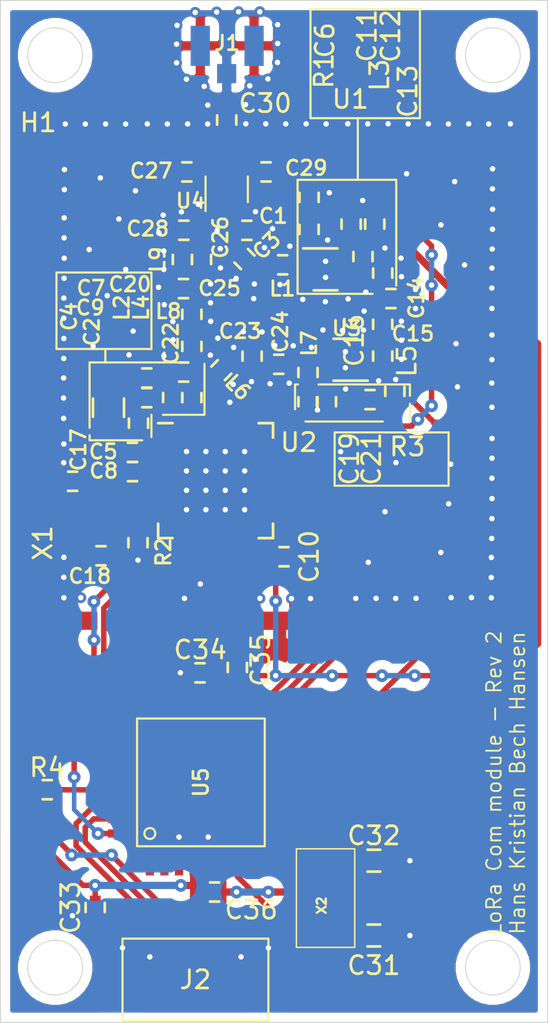
<source format=kicad_pcb>
(kicad_pcb (version 20171130) (host pcbnew "(5.1.4)-1")
  (title_block (title "LoRa Com module") (date 2019-12-13) (rev 2) (company "DTU Space") (comment 4 "Hans Kristian Bech Hansen"))
  (layers (0 F.Cu signal) (31 B.Cu signal) (34 B.Paste user hide) (35 F.Paste user hide) (36 B.SilkS user hide) (37 F.SilkS user) (38 B.Mask user hide) (39 F.Mask user hide) (44 Edge.Cuts user))
  (net 0 "")
  (net 1 /RF_RX)
  (net 2 GND)
  (net 3 "Net-(C3-Pad1)")
  (net 4 +3V3)
  (net 5 "Net-(C5-Pad1)")
  (net 6 "Net-(C7-Pad1)")
  (net 7 "Net-(C8-Pad1)")
  (net 8 "Net-(C13-Pad1)")
  (net 9 "Net-(C13-Pad2)")
  (net 10 "Net-(C15-Pad1)")
  (net 11 "Net-(C17-Pad2)")
  (net 12 "Net-(C18-Pad2)")
  (net 13 /SX1272_RF_TX)
  (net 14 "Net-(C22-Pad1)")
  (net 15 /LNA2_out)
  (net 16 "Net-(C24-Pad2)")
  (net 17 "Net-(C25-Pad1)")
  (net 18 "Net-(C25-Pad2)")
  (net 19 /RF_TX)
  (net 20 "Net-(C28-Pad2)")
  (net 21 /RXTX_SW)
  (net 22 "Net-(C30-Pad1)")
  (net 23 "Net-(C30-Pad2)")
  (net 24 "Net-(C31-Pad2)")
  (net 25 "Net-(C32-Pad2)")
  (net 26 "Net-(C34-Pad1)")
  (net 27 /RX)
  (net 28 /TX)
  (net 29 "Net-(J2-Pad4)")
  (net 30 "Net-(L1-Pad1)")
  (net 31 "Net-(L4-Pad2)")
  (net 32 "Net-(L5-Pad1)")
  (net 33 /SX1272_RF_RX)
  (net 34 "Net-(R1-Pad2)")
  (net 35 "Net-(R3-Pad2)")
  (net 36 /Reset)
  (net 37 "Net-(U1-Pad8)")
  (net 38 "Net-(U1-Pad6)")
  (net 39 "Net-(U1-Pad5)")
  (net 40 "Net-(U1-Pad4)")
  (net 41 "Net-(U1-Pad3)")
  (net 42 /DIO0)
  (net 43 /DIO1)
  (net 44 /DIO2)
  (net 45 /DIO3)
  (net 46 /DIO4)
  (net 47 /DIO5)
  (net 48 /SCK)
  (net 49 /MISO)
  (net 50 /MOSI)
  (net 51 /RF_CS)
  (net 52 "Net-(U2-Pad21)")
  (net 53 "Net-(U2-Pad24)")
  (net 54 "Net-(U3-Pad3)")
  (net 55 "Net-(U3-Pad4)")
  (net 56 "Net-(U3-Pad5)")
  (net 57 "Net-(U3-Pad6)")
  (net 58 "Net-(U3-Pad8)")
  (net 59 "Net-(U5-Pad1)")
  (net 60 "Net-(U5-Pad2)")
  (net 61 "Net-(U5-Pad9)")
  (net 62 "Net-(U5-Pad10)")
  (net 63 "Net-(U5-Pad11)")
  (net 64 "Net-(U5-Pad12)")
  (net 65 "Net-(U5-Pad14)")
  (net 66 "Net-(U5-Pad19)")
  (net 67 "Net-(U5-Pad22)")
  (net 68 "Net-(L2-Pad2)")
  (net 69 "Net-(C10-Pad1)")
  (net 70 /Reset_SX)
  (module dtusat:via-0.6mm-0.3mm_drill (layer F.Cu) (at 203.1746 125.31132)
    (fp_text reference "" hide)
    (fp_text value "" hide)
    (pad 1 thru_hole circle (at 0 0) (size 0.6 0.6) (drill 0.3) (layers *.Cu *.Mask) (net 2 GND))
  )
  (module dtusat:via-0.6mm-0.3mm_drill (layer F.Cu) (at 199.7583 138.9761 180)
    (fp_text reference "" hide)
    (fp_text value "" hide)
    (pad 1 thru_hole circle (at 0 0 180) (size 0.6 0.6) (drill 0.3) (layers *.Cu *.Mask) (net 2 GND))
  )
  (module dtusat:via-0.6mm-0.3mm_drill (layer F.Cu) (at 195.6562 139.7127 180)
    (fp_text reference "" hide)
    (fp_text value "" hide)
    (pad 1 thru_hole circle (at 0 0 180) (size 0.6 0.6) (drill 0.3) (layers *.Cu *.Mask) (net 2 GND))
  )
  (module dtusat:via-0.6mm-0.3mm_drill (layer F.Cu) (at 203.8223 113.411)
    (fp_text reference "" hide)
    (fp_text value "" hide)
    (pad 1 thru_hole circle (at 0 0) (size 0.6 0.6) (drill 0.3) (layers *.Cu *.Mask) (net 2 GND))
  )
  (module dtusat:via-0.6mm-0.3mm_drill (layer F.Cu) (at 205.6511 113.8301)
    (fp_text reference "" hide)
    (fp_text value "" hide)
    (pad 1 thru_hole circle (at 0 0) (size 0.6 0.6) (drill 0.3) (layers *.Cu *.Mask) (net 2 GND))
  )
  (module dtusat:via-0.6mm-0.3mm_drill (layer F.Cu) (at 193.3321 133.5405)
    (fp_text reference "" hide)
    (fp_text value "" hide)
    (pad 1 thru_hole circle (at 0 0) (size 0.6 0.6) (drill 0.3) (layers *.Cu *.Mask) (net 2 GND))
  )
  (module dtusat:via-0.6mm-0.3mm_drill (layer F.Cu) (at 193.9817 155.2829 180)
    (fp_text reference "" hide)
    (fp_text value "" hide)
    (pad 1 thru_hole circle (at 0 0 180) (size 0.6 0.6) (drill 0.3) (layers *.Cu *.Mask) (net 2 GND))
  )
  (module dtusat:via-0.6mm-0.3mm_drill (layer F.Cu) (at 198.9817 155.2829 180)
    (fp_text reference "" hide)
    (fp_text value "" hide)
    (pad 1 thru_hole circle (at 0 0 180) (size 0.6 0.6) (drill 0.3) (layers *.Cu *.Mask) (net 2 GND))
  )
  (module dtusat:via-0.6mm-0.3mm_drill (layer F.Cu) (at 200.4822 154.7876 180)
    (fp_text reference "" hide)
    (fp_text value "" hide)
    (pad 1 thru_hole circle (at 0 0 180) (size 0.6 0.6) (drill 0.3) (layers *.Cu *.Mask) (net 2 GND))
  )
  (module dtusat:via-0.6mm-0.3mm_drill (layer F.Cu) (at 192.4812 154.7876 180)
    (fp_text reference "" hide)
    (fp_text value "" hide)
    (pad 1 thru_hole circle (at 0 0 180) (size 0.6 0.6) (drill 0.3) (layers *.Cu *.Mask) (net 2 GND))
  )
  (module dtusat:via-0.6mm-0.3mm_drill (layer F.Cu) (at 189.738 153.02822 180)
    (fp_text reference "" hide)
    (fp_text value "" hide)
    (pad 1 thru_hole circle (at 0 0 180) (size 0.6 0.6) (drill 0.3) (layers *.Cu *.Mask) (net 2 GND))
  )
  (module dtusat:via-0.6mm-0.3mm_drill (layer F.Cu) (at 208.2419 154.1145 180)
    (fp_text reference "" hide)
    (fp_text value "" hide)
    (pad 1 thru_hole circle (at 0 0 180) (size 0.6 0.6) (drill 0.3) (layers *.Cu *.Mask) (net 2 GND))
  )
  (module dtusat:via-0.6mm-0.3mm_drill (layer F.Cu) (at 208.2419 150.0124 180)
    (fp_text reference "" hide)
    (fp_text value "" hide)
    (pad 1 thru_hole circle (at 0 0 180) (size 0.6 0.6) (drill 0.3) (layers *.Cu *.Mask) (net 2 GND))
  )
  (module dtusat:via-0.6mm-0.3mm_drill (layer F.Cu) (at 195.58 148.717 180)
    (fp_text reference "" hide)
    (fp_text value "" hide)
    (pad 1 thru_hole circle (at 0 0 180) (size 0.6 0.6) (drill 0.3) (layers *.Cu *.Mask) (net 2 GND))
  )
  (module dtusat:via-0.6mm-0.3mm_drill (layer F.Cu) (at 197.1802 148.717 180)
    (fp_text reference "" hide)
    (fp_text value "" hide)
    (pad 1 thru_hole circle (at 0 0 180) (size 0.6 0.6) (drill 0.3) (layers *.Cu *.Mask) (net 2 GND))
  )
  (module dtusat:UFL_Feedtrough (layer F.Cu) (at 198.2212 105.3582)
    (fp_text reference J1 (at 0 -0.1514) (layer F.SilkS) (effects (font (size 0.8 0.8))))
    (fp_text value COAX)
    (pad 4 smd rect (at 1.475 0) (size 1.05 2.2) (layers F.Cu F.Paste F.Mask) (net 2 GND))
    (pad 3 smd rect (at -1.475 0) (size 1.05 2.2) (layers F.Cu F.Paste F.Mask) (net 2 GND))
    (pad 1 smd rect (at -0.025 1.525) (size 1.05 1.05) (layers F.Cu F.Paste F.Mask) (net 22 "Net-(C30-Pad1)"))
    (pad 6 smd rect (at 1.475 0) (size 1.05 2.2) (layers B.Cu B.Paste B.Mask))
    (pad 5 smd rect (at -1.475 0) (size 1.05 2.2) (layers B.Cu B.Paste B.Mask))
    (pad 2 smd rect (at -0.025 1.525) (size 1.05 1.05) (layers B.Cu B.Paste B.Mask) (net 2 GND))
  )
  (module dtusat:via-0.6mm-0.3mm_drill (layer F.Cu) (at 204.70284 122.999)
    (fp_text reference "" hide)
    (fp_text value "" hide)
    (pad 1 thru_hole circle (at 0 0) (size 0.6 0.6) (drill 0.3) (layers *.Cu *.Mask) (net 2 GND))
  )
  (module dtusat:via-0.6mm-0.3mm_drill (layer F.Cu) (at 204.70284 122.119)
    (fp_text reference "" hide)
    (fp_text value "" hide)
    (pad 1 thru_hole circle (at 0 0) (size 0.6 0.6) (drill 0.3) (layers *.Cu *.Mask) (net 2 GND))
  )
  (module dtusat:via-0.6mm-0.3mm_drill (layer F.Cu) (at 203.61656 118.04708)
    (fp_text reference "" hide)
    (fp_text value "" hide)
    (pad 1 thru_hole circle (at 0 0) (size 0.6 0.6) (drill 0.3) (layers *.Cu *.Mask) (net 2 GND))
  )
  (module dtusat:via-0.6mm-0.3mm_drill (layer F.Cu) (at 203.61656 117.16708)
    (fp_text reference "" hide)
    (fp_text value "" hide)
    (pad 1 thru_hole circle (at 0 0) (size 0.6 0.6) (drill 0.3) (layers *.Cu *.Mask) (net 2 GND))
  )
  (module dtusat:via-0.6mm-0.3mm_drill (layer F.Cu) (at 200.00976 103.48976)
    (fp_text reference "" hide)
    (fp_text value "" hide)
    (pad 1 thru_hole circle (at 0 0) (size 0.6 0.6) (drill 0.3) (layers *.Cu *.Mask) (net 2 GND))
  )
  (module dtusat:via-0.6mm-0.3mm_drill (layer F.Cu) (at 198.84644 103.48976)
    (fp_text reference "" hide)
    (fp_text value "" hide)
    (pad 1 thru_hole circle (at 0 0) (size 0.6 0.6) (drill 0.3) (layers *.Cu *.Mask) (net 2 GND))
  )
  (module dtusat:via-0.6mm-0.3mm_drill (layer F.Cu) (at 197.64502 103.50246)
    (fp_text reference "" hide)
    (fp_text value "" hide)
    (pad 1 thru_hole circle (at 0 0) (size 0.6 0.6) (drill 0.3) (layers *.Cu *.Mask) (net 2 GND))
  )
  (module dtusat:via-0.6mm-0.3mm_drill (layer F.Cu) (at 196.469 103.52532)
    (fp_text reference "" hide)
    (fp_text value "" hide)
    (pad 1 thru_hole circle (at 0 0) (size 0.6 0.6) (drill 0.3) (layers *.Cu *.Mask) (net 2 GND))
  )
  (module dtusat:via-0.6mm-0.3mm_drill (layer F.Cu) (at 205.95844 133.66242)
    (fp_text reference "" hide)
    (fp_text value "" hide)
    (pad 1 thru_hole circle (at 0 0) (size 0.6 0.6) (drill 0.3) (layers *.Cu *.Mask) (net 2 GND))
  )
  (module dtusat:via-0.6mm-0.3mm_drill (layer F.Cu) (at 209.93608 133.11886)
    (fp_text reference "" hide)
    (fp_text value "" hide)
    (pad 1 thru_hole circle (at 0 0) (size 0.6 0.6) (drill 0.3) (layers *.Cu *.Mask) (net 2 GND))
  )
  (module dtusat:via-0.6mm-0.3mm_drill (layer F.Cu) (at 210.36534 130.45694)
    (fp_text reference "" hide)
    (fp_text value "" hide)
    (pad 1 thru_hole circle (at 0 0) (size 0.6 0.6) (drill 0.3) (layers *.Cu *.Mask) (net 2 GND))
  )
  (module dtusat:via-0.6mm-0.3mm_drill (layer F.Cu) (at 206.87538 130.8862)
    (fp_text reference "" hide)
    (fp_text value "" hide)
    (pad 1 thru_hole circle (at 0 0) (size 0.6 0.6) (drill 0.3) (layers *.Cu *.Mask) (net 2 GND))
  )
  (module dtusat:via-0.6mm-0.3mm_drill (layer F.Cu) (at 207.47482 128.19888)
    (fp_text reference "" hide)
    (fp_text value "" hide)
    (pad 1 thru_hole circle (at 0 0) (size 0.6 0.6) (drill 0.3) (layers *.Cu *.Mask) (net 2 GND))
  )
  (module dtusat:via-0.6mm-0.3mm_drill (layer F.Cu) (at 204.44206 127.5969)
    (fp_text reference "" hide)
    (fp_text value "" hide)
    (pad 1 thru_hole circle (at 0 0) (size 0.6 0.6) (drill 0.3) (layers *.Cu *.Mask) (net 2 GND))
  )
  (module dtusat:via-0.6mm-0.3mm_drill (layer F.Cu) (at 210.47964 128.2827)
    (fp_text reference "" hide)
    (fp_text value "" hide)
    (pad 1 thru_hole circle (at 0 0) (size 0.6 0.6) (drill 0.3) (layers *.Cu *.Mask) (net 2 GND))
  )
  (module dtusat:via-0.6mm-0.3mm_drill (layer F.Cu) (at 208.06156 112.36706)
    (fp_text reference "" hide)
    (fp_text value "" hide)
    (pad 1 thru_hole circle (at 0 0) (size 0.6 0.6) (drill 0.3) (layers *.Cu *.Mask) (net 2 GND))
  )
  (module dtusat:via-0.6mm-0.3mm_drill (layer F.Cu) (at 210.69554 112.79886)
    (fp_text reference "" hide)
    (fp_text value "" hide)
    (pad 1 thru_hole circle (at 0 0) (size 0.6 0.6) (drill 0.3) (layers *.Cu *.Mask) (net 2 GND))
  )
  (module dtusat:via-0.6mm-0.3mm_drill (layer F.Cu) (at 209.9437 115.17122)
    (fp_text reference "" hide)
    (fp_text value "" hide)
    (pad 1 thru_hole circle (at 0 0) (size 0.6 0.6) (drill 0.3) (layers *.Cu *.Mask) (net 2 GND))
  )
  (module dtusat:via-0.6mm-0.3mm_drill (layer F.Cu) (at 211.23656 117.36324)
    (fp_text reference "" hide)
    (fp_text value "" hide)
    (pad 1 thru_hole circle (at 0 0) (size 0.6 0.6) (drill 0.3) (layers *.Cu *.Mask) (net 2 GND))
  )
  (module dtusat:via-0.6mm-0.3mm_drill (layer F.Cu) (at 210.77174 121.68124)
    (fp_text reference "" hide)
    (fp_text value "" hide)
    (pad 1 thru_hole circle (at 0 0) (size 0.6 0.6) (drill 0.3) (layers *.Cu *.Mask) (net 2 GND))
  )
  (module dtusat:via-0.6mm-0.3mm_drill (layer F.Cu) (at 210.85048 124.04598)
    (fp_text reference "" hide)
    (fp_text value "" hide)
    (pad 1 thru_hole circle (at 0 0) (size 0.6 0.6) (drill 0.3) (layers *.Cu *.Mask) (net 2 GND))
  )
  (module dtusat:via-0.6mm-0.3mm_drill (layer F.Cu) (at 192.8368 122.29338)
    (fp_text reference "" hide)
    (fp_text value "" hide)
    (pad 1 thru_hole circle (at 0 0) (size 0.6 0.6) (drill 0.3) (layers *.Cu *.Mask) (net 2 GND))
  )
  (module dtusat:via-0.6mm-0.3mm_drill (layer F.Cu) (at 190.87084 121.81586)
    (fp_text reference "" hide)
    (fp_text value "" hide)
    (pad 1 thru_hole circle (at 0 0) (size 0.6 0.6) (drill 0.3) (layers *.Cu *.Mask) (net 2 GND))
  )
  (module dtusat:via-0.6mm-0.3mm_drill (layer F.Cu) (at 190.6524 116.5225)
    (fp_text reference "" hide)
    (fp_text value "" hide)
    (pad 1 thru_hole circle (at 0 0) (size 0.6 0.6) (drill 0.3) (layers *.Cu *.Mask) (net 2 GND))
  )
  (module dtusat:via-0.6mm-0.3mm_drill (layer F.Cu) (at 192.659 117.6147)
    (fp_text reference "" hide)
    (fp_text value "" hide)
    (pad 1 thru_hole circle (at 0 0) (size 0.6 0.6) (drill 0.3) (layers *.Cu *.Mask) (net 2 GND))
  )
  (module dtusat:via-0.6mm-0.3mm_drill (layer F.Cu) (at 193.1924 113.30432)
    (fp_text reference "" hide)
    (fp_text value "" hide)
    (pad 1 thru_hole circle (at 0 0) (size 0.6 0.6) (drill 0.3) (layers *.Cu *.Mask) (net 2 GND))
  )
  (module dtusat:via-0.6mm-0.3mm_drill (layer F.Cu) (at 193.0654 120.9929)
    (fp_text reference "" hide)
    (fp_text value "" hide)
    (pad 1 thru_hole circle (at 0 0) (size 0.6 0.6) (drill 0.3) (layers *.Cu *.Mask) (net 2 GND))
  )
  (module dtusat:via-0.6mm-0.3mm_drill (layer F.Cu) (at 192.28308 114.8461)
    (fp_text reference "" hide)
    (fp_text value "" hide)
    (pad 1 thru_hole circle (at 0 0) (size 0.6 0.6) (drill 0.3) (layers *.Cu *.Mask) (net 2 GND))
  )
  (module dtusat:via-0.6mm-0.3mm_drill (layer F.Cu) (at 191.643 119.0498)
    (fp_text reference "" hide)
    (fp_text value "" hide)
    (pad 1 thru_hole circle (at 0 0) (size 0.6 0.6) (drill 0.3) (layers *.Cu *.Mask) (net 2 GND))
  )
  (module dtusat:via-0.6mm-0.3mm_drill (layer F.Cu) (at 191.26708 112.59566)
    (fp_text reference "" hide)
    (fp_text value "" hide)
    (pad 1 thru_hole circle (at 0 0) (size 0.6 0.6) (drill 0.3) (layers *.Cu *.Mask) (net 2 GND))
  )
  (module dtusat:via-0.6mm-0.3mm_drill (layer F.Cu) (at 200.01738 135.63854)
    (fp_text reference "" hide)
    (fp_text value "" hide)
    (pad 1 thru_hole circle (at 0 0) (size 0.6 0.6) (drill 0.3) (layers *.Cu *.Mask) (net 2 GND))
  )
  (module dtusat:via-0.6mm-0.3mm_drill (layer F.Cu) (at 201.74712 135.65124 180)
    (fp_text reference "" hide)
    (fp_text value "" hide)
    (pad 1 thru_hole circle (at 0 0 180) (size 0.6 0.6) (drill 0.3) (layers *.Cu *.Mask) (net 2 GND))
  )
  (module dtusat:via-0.6mm-0.3mm_drill (layer F.Cu) (at 202.7936 135.6487 180)
    (fp_text reference "" hide)
    (fp_text value "" hide)
    (pad 1 thru_hole circle (at 0 0 180) (size 0.6 0.6) (drill 0.3) (layers *.Cu *.Mask) (net 2 GND))
  )
  (module dtusat:via-0.6mm-0.3mm_drill (layer F.Cu) (at 206.3877 135.636 180)
    (fp_text reference "" hide)
    (fp_text value "" hide)
    (pad 1 thru_hole circle (at 0 0 180) (size 0.6 0.6) (drill 0.3) (layers *.Cu *.Mask) (net 2 GND))
  )
  (module dtusat:via-0.6mm-0.3mm_drill (layer F.Cu) (at 205.27264 135.64108 180)
    (fp_text reference "" hide)
    (fp_text value "" hide)
    (pad 1 thru_hole circle (at 0 0 180) (size 0.6 0.6) (drill 0.3) (layers *.Cu *.Mask) (net 2 GND))
  )
  (module dtusat:via-0.6mm-0.3mm_drill (layer F.Cu) (at 207.46212 135.64108 180)
    (fp_text reference "" hide)
    (fp_text value "" hide)
    (pad 1 thru_hole circle (at 0 0 180) (size 0.6 0.6) (drill 0.3) (layers *.Cu *.Mask) (net 2 GND))
  )
  (module dtusat:via-0.6mm-0.3mm_drill (layer F.Cu) (at 208.57718 135.636 180)
    (fp_text reference "" hide)
    (fp_text value "" hide)
    (pad 1 thru_hole circle (at 0 0 180) (size 0.6 0.6) (drill 0.3) (layers *.Cu *.Mask) (net 2 GND))
  )
  (module dtusat:via-0.6mm-0.3mm_drill (layer F.Cu) (at 210.5025 135.5979 180)
    (fp_text reference "" hide)
    (fp_text value "" hide)
    (pad 1 thru_hole circle (at 0 0 180) (size 0.6 0.6) (drill 0.3) (layers *.Cu *.Mask) (net 2 GND))
  )
  (module dtusat:via-0.6mm-0.3mm_drill (layer F.Cu) (at 211.61756 135.59282 180)
    (fp_text reference "" hide)
    (fp_text value "" hide)
    (pad 1 thru_hole circle (at 0 0 180) (size 0.6 0.6) (drill 0.3) (layers *.Cu *.Mask) (net 2 GND))
  )
  (module dtusat:via-0.6mm-0.3mm_drill (layer F.Cu) (at 212.70722 135.60806 90)
    (fp_text reference "" hide)
    (fp_text value "" hide)
    (pad 1 thru_hole circle (at 0 0 90) (size 0.6 0.6) (drill 0.3) (layers *.Cu *.Mask) (net 2 GND))
  )
  (module dtusat:via-0.6mm-0.3mm_drill (layer F.Cu) (at 212.70214 134.493 90)
    (fp_text reference "" hide)
    (fp_text value "" hide)
    (pad 1 thru_hole circle (at 0 0 90) (size 0.6 0.6) (drill 0.3) (layers *.Cu *.Mask) (net 2 GND))
  )
  (module dtusat:via-0.6mm-0.3mm_drill (layer F.Cu) (at 212.74278 127.95758 90)
    (fp_text reference "" hide)
    (fp_text value "" hide)
    (pad 1 thru_hole circle (at 0 0 90) (size 0.6 0.6) (drill 0.3) (layers *.Cu *.Mask) (net 2 GND))
  )
  (module dtusat:via-0.6mm-0.3mm_drill (layer F.Cu) (at 212.7377 131.2672 90)
    (fp_text reference "" hide)
    (fp_text value "" hide)
    (pad 1 thru_hole circle (at 0 0 90) (size 0.6 0.6) (drill 0.3) (layers *.Cu *.Mask) (net 2 GND))
  )
  (module dtusat:via-0.6mm-0.3mm_drill (layer F.Cu) (at 212.74278 130.16992 90)
    (fp_text reference "" hide)
    (fp_text value "" hide)
    (pad 1 thru_hole circle (at 0 0 90) (size 0.6 0.6) (drill 0.3) (layers *.Cu *.Mask) (net 2 GND))
  )
  (module dtusat:via-0.6mm-0.3mm_drill (layer F.Cu) (at 212.725 132.35432 90)
    (fp_text reference "" hide)
    (fp_text value "" hide)
    (pad 1 thru_hole circle (at 0 0 90) (size 0.6 0.6) (drill 0.3) (layers *.Cu *.Mask) (net 2 GND))
  )
  (module dtusat:via-0.6mm-0.3mm_drill (layer F.Cu) (at 212.70722 133.39572 90)
    (fp_text reference "" hide)
    (fp_text value "" hide)
    (pad 1 thru_hole circle (at 0 0 90) (size 0.6 0.6) (drill 0.3) (layers *.Cu *.Mask) (net 2 GND))
  )
  (module dtusat:via-0.6mm-0.3mm_drill (layer F.Cu) (at 212.7377 129.05486 90)
    (fp_text reference "" hide)
    (fp_text value "" hide)
    (pad 1 thru_hole circle (at 0 0 90) (size 0.6 0.6) (drill 0.3) (layers *.Cu *.Mask) (net 2 GND))
  )
  (module dtusat:via-0.6mm-0.3mm_drill (layer F.Cu) (at 209.25282 109.63402)
    (fp_text reference "" hide)
    (fp_text value "" hide)
    (pad 1 thru_hole circle (at 0 0) (size 0.6 0.6) (drill 0.3) (layers *.Cu *.Mask) (net 2 GND))
  )
  (module dtusat:via-0.6mm-0.3mm_drill (layer F.Cu) (at 212.56244 109.6391)
    (fp_text reference "" hide)
    (fp_text value "" hide)
    (pad 1 thru_hole circle (at 0 0) (size 0.6 0.6) (drill 0.3) (layers *.Cu *.Mask) (net 2 GND))
  )
  (module dtusat:via-0.6mm-0.3mm_drill (layer F.Cu) (at 211.46516 109.63402)
    (fp_text reference "" hide)
    (fp_text value "" hide)
    (pad 1 thru_hole circle (at 0 0) (size 0.6 0.6) (drill 0.3) (layers *.Cu *.Mask) (net 2 GND))
  )
  (module dtusat:via-0.6mm-0.3mm_drill (layer F.Cu) (at 212.74532 126.87554 90)
    (fp_text reference "" hide)
    (fp_text value "" hide)
    (pad 1 thru_hole circle (at 0 0 90) (size 0.6 0.6) (drill 0.3) (layers *.Cu *.Mask) (net 2 GND))
  )
  (module dtusat:via-0.6mm-0.3mm_drill (layer F.Cu) (at 210.3501 109.6391)
    (fp_text reference "" hide)
    (fp_text value "" hide)
    (pad 1 thru_hole circle (at 0 0) (size 0.6 0.6) (drill 0.3) (layers *.Cu *.Mask) (net 2 GND))
  )
  (module dtusat:via-0.6mm-0.3mm_drill (layer F.Cu) (at 213.75116 109.63148)
    (fp_text reference "" hide)
    (fp_text value "" hide)
    (pad 1 thru_hole circle (at 0 0) (size 0.6 0.6) (drill 0.3) (layers *.Cu *.Mask) (net 2 GND))
  )
  (module dtusat:via-0.6mm-0.3mm_drill (layer F.Cu) (at 212.7377 125.16104 90)
    (fp_text reference "" hide)
    (fp_text value "" hide)
    (pad 1 thru_hole circle (at 0 0 90) (size 0.6 0.6) (drill 0.3) (layers *.Cu *.Mask) (net 2 GND))
  )
  (module dtusat:via-0.6mm-0.3mm_drill (layer F.Cu) (at 212.73008 123.8377 90)
    (fp_text reference "" hide)
    (fp_text value "" hide)
    (pad 1 thru_hole circle (at 0 0 90) (size 0.6 0.6) (drill 0.3) (layers *.Cu *.Mask) (net 2 GND))
  )
  (module dtusat:via-0.6mm-0.3mm_drill (layer F.Cu) (at 203.64704 109.63656)
    (fp_text reference "" hide)
    (fp_text value "" hide)
    (pad 1 thru_hole circle (at 0 0) (size 0.6 0.6) (drill 0.3) (layers *.Cu *.Mask) (net 2 GND))
  )
  (module dtusat:via-0.6mm-0.3mm_drill (layer F.Cu) (at 202.54976 109.63148)
    (fp_text reference "" hide)
    (fp_text value "" hide)
    (pad 1 thru_hole circle (at 0 0) (size 0.6 0.6) (drill 0.3) (layers *.Cu *.Mask) (net 2 GND))
  )
  (module dtusat:via-0.6mm-0.3mm_drill (layer F.Cu) (at 200.33742 109.63148)
    (fp_text reference "" hide)
    (fp_text value "" hide)
    (pad 1 thru_hole circle (at 0 0) (size 0.6 0.6) (drill 0.3) (layers *.Cu *.Mask) (net 2 GND))
  )
  (module dtusat:via-0.6mm-0.3mm_drill (layer F.Cu) (at 201.4347 109.63656)
    (fp_text reference "" hide)
    (fp_text value "" hide)
    (pad 1 thru_hole circle (at 0 0) (size 0.6 0.6) (drill 0.3) (layers *.Cu *.Mask) (net 2 GND))
  )
  (module dtusat:via-0.6mm-0.3mm_drill (layer F.Cu) (at 204.83576 109.62894)
    (fp_text reference "" hide)
    (fp_text value "" hide)
    (pad 1 thru_hole circle (at 0 0) (size 0.6 0.6) (drill 0.3) (layers *.Cu *.Mask) (net 2 GND))
  )
  (module dtusat:via-0.6mm-0.3mm_drill (layer F.Cu) (at 205.93304 109.63402)
    (fp_text reference "" hide)
    (fp_text value "" hide)
    (pad 1 thru_hole circle (at 0 0) (size 0.6 0.6) (drill 0.3) (layers *.Cu *.Mask) (net 2 GND))
  )
  (module dtusat:via-0.6mm-0.3mm_drill (layer F.Cu) (at 207.0481 109.62894)
    (fp_text reference "" hide)
    (fp_text value "" hide)
    (pad 1 thru_hole circle (at 0 0) (size 0.6 0.6) (drill 0.3) (layers *.Cu *.Mask) (net 2 GND))
  )
  (module dtusat:via-0.6mm-0.3mm_drill (layer F.Cu) (at 208.14538 109.63402)
    (fp_text reference "" hide)
    (fp_text value "" hide)
    (pad 1 thru_hole circle (at 0 0) (size 0.6 0.6) (drill 0.3) (layers *.Cu *.Mask) (net 2 GND))
  )
  (module dtusat:via-0.6mm-0.3mm_drill (layer F.Cu) (at 212.7377 117.53596 90)
    (fp_text reference "" hide)
    (fp_text value "" hide)
    (pad 1 thru_hole circle (at 0 0 90) (size 0.6 0.6) (drill 0.3) (layers *.Cu *.Mask) (net 2 GND))
  )
  (module dtusat:via-0.6mm-0.3mm_drill (layer F.Cu) (at 212.7377 122.555 90)
    (fp_text reference "" hide)
    (fp_text value "" hide)
    (pad 1 thru_hole circle (at 0 0 90) (size 0.6 0.6) (drill 0.3) (layers *.Cu *.Mask) (net 2 GND))
  )
  (module dtusat:via-0.6mm-0.3mm_drill (layer F.Cu) (at 212.7377 119.7483 90)
    (fp_text reference "" hide)
    (fp_text value "" hide)
    (pad 1 thru_hole circle (at 0 0 90) (size 0.6 0.6) (drill 0.3) (layers *.Cu *.Mask) (net 2 GND))
  )
  (module dtusat:via-0.6mm-0.3mm_drill (layer F.Cu) (at 212.7377 121.20372 90)
    (fp_text reference "" hide)
    (fp_text value "" hide)
    (pad 1 thru_hole circle (at 0 0 90) (size 0.6 0.6) (drill 0.3) (layers *.Cu *.Mask) (net 2 GND))
  )
  (module dtusat:via-0.6mm-0.3mm_drill (layer F.Cu) (at 212.73262 118.63324 90)
    (fp_text reference "" hide)
    (fp_text value "" hide)
    (pad 1 thru_hole circle (at 0 0 90) (size 0.6 0.6) (drill 0.3) (layers *.Cu *.Mask) (net 2 GND))
  )
  (module dtusat:via-0.6mm-0.3mm_drill (layer F.Cu) (at 212.76818 113.1951 90)
    (fp_text reference "" hide)
    (fp_text value "" hide)
    (pad 1 thru_hole circle (at 0 0 90) (size 0.6 0.6) (drill 0.3) (layers *.Cu *.Mask) (net 2 GND))
  )
  (module dtusat:via-0.6mm-0.3mm_drill (layer F.Cu) (at 212.77326 112.09782 90)
    (fp_text reference "" hide)
    (fp_text value "" hide)
    (pad 1 thru_hole circle (at 0 0 90) (size 0.6 0.6) (drill 0.3) (layers *.Cu *.Mask) (net 2 GND))
  )
  (module dtusat:via-0.6mm-0.3mm_drill (layer F.Cu) (at 212.76818 115.40744 90)
    (fp_text reference "" hide)
    (fp_text value "" hide)
    (pad 1 thru_hole circle (at 0 0 90) (size 0.6 0.6) (drill 0.3) (layers *.Cu *.Mask) (net 2 GND))
  )
  (module dtusat:via-0.6mm-0.3mm_drill (layer F.Cu) (at 212.77326 114.31016 90)
    (fp_text reference "" hide)
    (fp_text value "" hide)
    (pad 1 thru_hole circle (at 0 0 90) (size 0.6 0.6) (drill 0.3) (layers *.Cu *.Mask) (net 2 GND))
  )
  (module dtusat:via-0.6mm-0.3mm_drill (layer F.Cu) (at 212.75548 116.49456 90)
    (fp_text reference "" hide)
    (fp_text value "" hide)
    (pad 1 thru_hole circle (at 0 0 90) (size 0.6 0.6) (drill 0.3) (layers *.Cu *.Mask) (net 2 GND))
  )
  (module dtusat:via-0.6mm-0.3mm_drill (layer F.Cu) (at 196.7484 134.8486 90)
    (fp_text reference "" hide)
    (fp_text value "" hide)
    (pad 1 thru_hole circle (at 0 0 90) (size 0.6 0.6) (drill 0.3) (layers *.Cu *.Mask) (net 2 GND))
  )
  (module dtusat:via-0.6mm-0.3mm_drill (layer F.Cu) (at 195.87972 135.63854 90)
    (fp_text reference "" hide)
    (fp_text value "" hide)
    (pad 1 thru_hole circle (at 0 0 90) (size 0.6 0.6) (drill 0.3) (layers *.Cu *.Mask) (net 2 GND))
  )
  (module dtusat:via-0.6mm-0.3mm_drill (layer F.Cu) (at 190.1952 135.5979 90)
    (fp_text reference "" hide)
    (fp_text value "" hide)
    (pad 1 thru_hole circle (at 0 0 90) (size 0.6 0.6) (drill 0.3) (layers *.Cu *.Mask) (net 2 GND))
  )
  (module dtusat:via-0.6mm-0.3mm_drill (layer F.Cu) (at 189.2681 135.60552 90)
    (fp_text reference "" hide)
    (fp_text value "" hide)
    (pad 1 thru_hole circle (at 0 0 90) (size 0.6 0.6) (drill 0.3) (layers *.Cu *.Mask) (net 2 GND))
  )
  (module dtusat:via-0.6mm-0.3mm_drill (layer F.Cu) (at 189.2681 133.38556 90)
    (fp_text reference "" hide)
    (fp_text value "" hide)
    (pad 1 thru_hole circle (at 0 0 90) (size 0.6 0.6) (drill 0.3) (layers *.Cu *.Mask) (net 2 GND))
  )
  (module dtusat:via-0.6mm-0.3mm_drill (layer F.Cu) (at 189.26302 134.48284 90)
    (fp_text reference "" hide)
    (fp_text value "" hide)
    (pad 1 thru_hole circle (at 0 0 90) (size 0.6 0.6) (drill 0.3) (layers *.Cu *.Mask) (net 2 GND))
  )
  (module dtusat:via-0.6mm-0.3mm_drill (layer F.Cu) (at 189.2935 113.23574 90)
    (fp_text reference "" hide)
    (fp_text value "" hide)
    (pad 1 thru_hole circle (at 0 0 90) (size 0.6 0.6) (drill 0.3) (layers *.Cu *.Mask) (net 2 GND))
  )
  (module dtusat:via-0.6mm-0.3mm_drill (layer F.Cu) (at 189.29858 112.13846 90)
    (fp_text reference "" hide)
    (fp_text value "" hide)
    (pad 1 thru_hole circle (at 0 0 90) (size 0.6 0.6) (drill 0.3) (layers *.Cu *.Mask) (net 2 GND))
  )
  (module dtusat:via-0.6mm-0.3mm_drill (layer F.Cu) (at 189.25794 128.20396 90)
    (fp_text reference "" hide)
    (fp_text value "" hide)
    (pad 1 thru_hole circle (at 0 0 90) (size 0.6 0.6) (drill 0.3) (layers *.Cu *.Mask) (net 2 GND))
  )
  (module dtusat:via-0.6mm-0.3mm_drill (layer F.Cu) (at 189.2554 125.77318 90)
    (fp_text reference "" hide)
    (fp_text value "" hide)
    (pad 1 thru_hole circle (at 0 0 90) (size 0.6 0.6) (drill 0.3) (layers *.Cu *.Mask) (net 2 GND))
  )
  (module dtusat:via-0.6mm-0.3mm_drill (layer F.Cu) (at 189.25032 124.65812 90)
    (fp_text reference "" hide)
    (fp_text value "" hide)
    (pad 1 thru_hole circle (at 0 0 90) (size 0.6 0.6) (drill 0.3) (layers *.Cu *.Mask) (net 2 GND))
  )
  (module dtusat:via-0.6mm-0.3mm_drill (layer F.Cu) (at 189.26556 127.1778 90)
    (fp_text reference "" hide)
    (fp_text value "" hide)
    (pad 1 thru_hole circle (at 0 0 90) (size 0.6 0.6) (drill 0.3) (layers *.Cu *.Mask) (net 2 GND))
  )
  (module dtusat:via-0.6mm-0.3mm_drill (layer F.Cu) (at 189.2554 123.56084 90)
    (fp_text reference "" hide)
    (fp_text value "" hide)
    (pad 1 thru_hole circle (at 0 0 90) (size 0.6 0.6) (drill 0.3) (layers *.Cu *.Mask) (net 2 GND))
  )
  (module dtusat:via-0.6mm-0.3mm_drill (layer F.Cu) (at 189.26048 120.27916 90)
    (fp_text reference "" hide)
    (fp_text value "" hide)
    (pad 1 thru_hole circle (at 0 0 90) (size 0.6 0.6) (drill 0.3) (layers *.Cu *.Mask) (net 2 GND))
  )
  (module dtusat:via-0.6mm-0.3mm_drill (layer F.Cu) (at 189.26556 119.18188 90)
    (fp_text reference "" hide)
    (fp_text value "" hide)
    (pad 1 thru_hole circle (at 0 0 90) (size 0.6 0.6) (drill 0.3) (layers *.Cu *.Mask) (net 2 GND))
  )
  (module dtusat:via-0.6mm-0.3mm_drill (layer F.Cu) (at 189.26048 122.4915 90)
    (fp_text reference "" hide)
    (fp_text value "" hide)
    (pad 1 thru_hole circle (at 0 0 90) (size 0.6 0.6) (drill 0.3) (layers *.Cu *.Mask) (net 2 GND))
  )
  (module dtusat:via-0.6mm-0.3mm_drill (layer F.Cu) (at 189.26556 121.39422 90)
    (fp_text reference "" hide)
    (fp_text value "" hide)
    (pad 1 thru_hole circle (at 0 0 90) (size 0.6 0.6) (drill 0.3) (layers *.Cu *.Mask) (net 2 GND))
  )
  (module dtusat:via-0.6mm-0.3mm_drill (layer F.Cu) (at 189.28334 114.78514 90)
    (fp_text reference "" hide)
    (fp_text value "" hide)
    (pad 1 thru_hole circle (at 0 0 90) (size 0.6 0.6) (drill 0.3) (layers *.Cu *.Mask) (net 2 GND))
  )
  (module dtusat:via-0.6mm-0.3mm_drill (layer F.Cu) (at 189.27826 115.88242 90)
    (fp_text reference "" hide)
    (fp_text value "" hide)
    (pad 1 thru_hole circle (at 0 0 90) (size 0.6 0.6) (drill 0.3) (layers *.Cu *.Mask) (net 2 GND))
  )
  (module dtusat:via-0.6mm-0.3mm_drill (layer F.Cu) (at 189.27826 118.09476 90)
    (fp_text reference "" hide)
    (fp_text value "" hide)
    (pad 1 thru_hole circle (at 0 0 90) (size 0.6 0.6) (drill 0.3) (layers *.Cu *.Mask) (net 2 GND))
  )
  (module dtusat:via-0.6mm-0.3mm_drill (layer F.Cu) (at 189.28334 116.99748 90)
    (fp_text reference "" hide)
    (fp_text value "" hide)
    (pad 1 thru_hole circle (at 0 0 90) (size 0.6 0.6) (drill 0.3) (layers *.Cu *.Mask) (net 2 GND))
  )
  (module dtusat:via-0.6mm-0.3mm_drill (layer F.Cu) (at 189.3443 109.6391)
    (fp_text reference "" hide)
    (fp_text value "" hide)
    (pad 1 thru_hole circle (at 0 0) (size 0.6 0.6) (drill 0.3) (layers *.Cu *.Mask) (net 2 GND))
  )
  (module dtusat:via-0.6mm-0.3mm_drill (layer F.Cu) (at 190.44158 109.64418)
    (fp_text reference "" hide)
    (fp_text value "" hide)
    (pad 1 thru_hole circle (at 0 0) (size 0.6 0.6) (drill 0.3) (layers *.Cu *.Mask) (net 2 GND))
  )
  (module dtusat:via-0.6mm-0.3mm_drill (layer F.Cu) (at 191.55664 109.6391)
    (fp_text reference "" hide)
    (fp_text value "" hide)
    (pad 1 thru_hole circle (at 0 0) (size 0.6 0.6) (drill 0.3) (layers *.Cu *.Mask) (net 2 GND))
  )
  (module dtusat:via-0.6mm-0.3mm_drill (layer F.Cu) (at 192.65392 109.64418)
    (fp_text reference "" hide)
    (fp_text value "" hide)
    (pad 1 thru_hole circle (at 0 0) (size 0.6 0.6) (drill 0.3) (layers *.Cu *.Mask) (net 2 GND))
  )
  (module dtusat:via-0.6mm-0.3mm_drill (layer F.Cu) (at 193.84264 109.63656)
    (fp_text reference "" hide)
    (fp_text value "" hide)
    (pad 1 thru_hole circle (at 0 0) (size 0.6 0.6) (drill 0.3) (layers *.Cu *.Mask) (net 2 GND))
  )
  (module dtusat:via-0.6mm-0.3mm_drill (layer F.Cu) (at 194.93992 109.64164)
    (fp_text reference "" hide)
    (fp_text value "" hide)
    (pad 1 thru_hole circle (at 0 0) (size 0.6 0.6) (drill 0.3) (layers *.Cu *.Mask) (net 2 GND))
  )
  (module dtusat:via-0.6mm-0.3mm_drill (layer F.Cu) (at 196.05498 109.63656)
    (fp_text reference "" hide)
    (fp_text value "" hide)
    (pad 1 thru_hole circle (at 0 0) (size 0.6 0.6) (drill 0.3) (layers *.Cu *.Mask) (net 2 GND))
  )
  (module dtusat:via-0.6mm-0.3mm_drill (layer F.Cu) (at 200.98766 104.19842)
    (fp_text reference "" hide)
    (fp_text value "" hide)
    (pad 1 thru_hole circle (at 0 0) (size 0.6 0.6) (drill 0.3) (layers *.Cu *.Mask) (net 2 GND))
  )
  (module dtusat:via-0.6mm-0.3mm_drill (layer F.Cu) (at 200.9902 105.22966)
    (fp_text reference "" hide)
    (fp_text value "" hide)
    (pad 1 thru_hole circle (at 0 0) (size 0.6 0.6) (drill 0.3) (layers *.Cu *.Mask) (net 2 GND))
  )
  (module dtusat:via-0.6mm-0.3mm_drill (layer F.Cu) (at 200.98004 106.26852)
    (fp_text reference "" hide)
    (fp_text value "" hide)
    (pad 1 thru_hole circle (at 0 0) (size 0.6 0.6) (drill 0.3) (layers *.Cu *.Mask) (net 2 GND))
  )
  (module dtusat:via-0.6mm-0.3mm_drill (layer F.Cu) (at 200.45426 107.17276)
    (fp_text reference "" hide)
    (fp_text value "" hide)
    (pad 1 thru_hole circle (at 0 0) (size 0.6 0.6) (drill 0.3) (layers *.Cu *.Mask) (net 2 GND))
  )
  (module dtusat:via-0.6mm-0.3mm_drill (layer F.Cu) (at 199.46112 107.54868)
    (fp_text reference "" hide)
    (fp_text value "" hide)
    (pad 1 thru_hole circle (at 0 0) (size 0.6 0.6) (drill 0.3) (layers *.Cu *.Mask) (net 2 GND))
  )
  (module dtusat:via-0.6mm-0.3mm_drill (layer F.Cu) (at 199.22744 108.57738)
    (fp_text reference "" hide)
    (fp_text value "" hide)
    (pad 1 thru_hole circle (at 0 0) (size 0.6 0.6) (drill 0.3) (layers *.Cu *.Mask) (net 2 GND))
  )
  (module dtusat:via-0.6mm-0.3mm_drill (layer F.Cu) (at 199.24522 109.63148)
    (fp_text reference "" hide)
    (fp_text value "" hide)
    (pad 1 thru_hole circle (at 0 0) (size 0.6 0.6) (drill 0.3) (layers *.Cu *.Mask) (net 2 GND))
  )
  (module dtusat:via-0.6mm-0.3mm_drill (layer F.Cu) (at 195.47332 104.23398)
    (fp_text reference "" hide)
    (fp_text value "" hide)
    (pad 1 thru_hole circle (at 0 0) (size 0.6 0.6) (drill 0.3) (layers *.Cu *.Mask) (net 2 GND))
  )
  (module dtusat:via-0.6mm-0.3mm_drill (layer F.Cu) (at 195.44792 105.26522)
    (fp_text reference "" hide)
    (fp_text value "" hide)
    (pad 1 thru_hole circle (at 0 0) (size 0.6 0.6) (drill 0.3) (layers *.Cu *.Mask) (net 2 GND))
  )
  (module dtusat:via-0.6mm-0.3mm_drill (layer F.Cu) (at 195.44792 106.28884)
    (fp_text reference "" hide)
    (fp_text value "" hide)
    (pad 1 thru_hole circle (at 0 0) (size 0.6 0.6) (drill 0.3) (layers *.Cu *.Mask) (net 2 GND))
  )
  (module dtusat:via-0.6mm-0.3mm_drill (layer F.Cu) (at 195.98894 107.18292)
    (fp_text reference "" hide)
    (fp_text value "" hide)
    (pad 1 thru_hole circle (at 0 0) (size 0.6 0.6) (drill 0.3) (layers *.Cu *.Mask) (net 2 GND))
  )
  (module dtusat:via-0.6mm-0.3mm_drill (layer F.Cu) (at 196.96176 107.5817)
    (fp_text reference "" hide)
    (fp_text value "" hide)
    (pad 1 thru_hole circle (at 0 0) (size 0.6 0.6) (drill 0.3) (layers *.Cu *.Mask) (net 2 GND))
  )
  (module dtusat:via-0.6mm-0.3mm_drill (layer F.Cu) (at 197.15734 108.60532)
    (fp_text reference "" hide)
    (fp_text value "" hide)
    (pad 1 thru_hole circle (at 0 0) (size 0.6 0.6) (drill 0.3) (layers *.Cu *.Mask) (net 2 GND))
  )
  (module dtusat:via-0.6mm-0.3mm_drill (layer F.Cu) (at 197.15226 109.64164)
    (fp_text reference "" hide)
    (fp_text value "" hide)
    (pad 1 thru_hole circle (at 0 0) (size 0.6 0.6) (drill 0.3) (layers *.Cu *.Mask) (net 2 GND))
  )
  (module dtusat:via-0.6mm-0.3mm_drill (layer F.Cu) (at 197.05487 130.77827)
    (fp_text reference "" hide)
    (fp_text value "" hide)
    (pad 1 thru_hole circle (at 0 0) (size 0.6 0.6) (drill 0.3) (layers *.Cu *.Mask) (net 2 GND))
  )
  (module dtusat:via-0.6mm-0.3mm_drill (layer F.Cu) (at 195.99237 130.77827)
    (fp_text reference "" hide)
    (fp_text value "" hide)
    (pad 1 thru_hole circle (at 0 0) (size 0.6 0.6) (drill 0.3) (layers *.Cu *.Mask) (net 2 GND))
  )
  (module dtusat:via-0.6mm-0.3mm_drill (layer F.Cu) (at 197.05487 128.65327)
    (fp_text reference "" hide)
    (fp_text value "" hide)
    (pad 1 thru_hole circle (at 0 0) (size 0.6 0.6) (drill 0.3) (layers *.Cu *.Mask) (net 2 GND))
  )
  (module dtusat:via-0.6mm-0.3mm_drill (layer F.Cu) (at 195.99237 129.71577)
    (fp_text reference "" hide)
    (fp_text value "" hide)
    (pad 1 thru_hole circle (at 0 0) (size 0.6 0.6) (drill 0.3) (layers *.Cu *.Mask) (net 2 GND))
  )
  (module dtusat:via-0.6mm-0.3mm_drill (layer F.Cu) (at 195.99237 128.65327)
    (fp_text reference "" hide)
    (fp_text value "" hide)
    (pad 1 thru_hole circle (at 0 0) (size 0.6 0.6) (drill 0.3) (layers *.Cu *.Mask) (net 2 GND))
  )
  (module dtusat:via-0.6mm-0.3mm_drill (layer F.Cu) (at 197.05487 129.71577)
    (fp_text reference "" hide)
    (fp_text value "" hide)
    (pad 1 thru_hole circle (at 0 0) (size 0.6 0.6) (drill 0.3) (layers *.Cu *.Mask) (net 2 GND))
  )
  (module dtusat:via-0.6mm-0.3mm_drill (layer F.Cu) (at 198.11737 128.65327)
    (fp_text reference "" hide)
    (fp_text value "" hide)
    (pad 1 thru_hole circle (at 0 0) (size 0.6 0.6) (drill 0.3) (layers *.Cu *.Mask) (net 2 GND))
  )
  (module dtusat:via-0.6mm-0.3mm_drill (layer F.Cu) (at 198.11737 129.71577)
    (fp_text reference "" hide)
    (fp_text value "" hide)
    (pad 1 thru_hole circle (at 0 0) (size 0.6 0.6) (drill 0.3) (layers *.Cu *.Mask) (net 2 GND))
  )
  (module dtusat:via-0.6mm-0.3mm_drill (layer F.Cu) (at 198.11737 130.77827)
    (fp_text reference "" hide)
    (fp_text value "" hide)
    (pad 1 thru_hole circle (at 0 0) (size 0.6 0.6) (drill 0.3) (layers *.Cu *.Mask) (net 2 GND))
  )
  (module dtusat:via-0.6mm-0.3mm_drill (layer F.Cu) (at 199.17987 130.77827)
    (fp_text reference "" hide)
    (fp_text value "" hide)
    (pad 1 thru_hole circle (at 0 0) (size 0.6 0.6) (drill 0.3) (layers *.Cu *.Mask) (net 2 GND))
  )
  (module dtusat:via-0.6mm-0.3mm_drill (layer F.Cu) (at 199.17987 129.71577)
    (fp_text reference "" hide)
    (fp_text value "" hide)
    (pad 1 thru_hole circle (at 0 0) (size 0.6 0.6) (drill 0.3) (layers *.Cu *.Mask) (net 2 GND))
  )
  (module dtusat:via-0.6mm-0.3mm_drill (layer F.Cu) (at 199.17987 128.65327)
    (fp_text reference "" hide)
    (fp_text value "" hide)
    (pad 1 thru_hole circle (at 0 0) (size 0.6 0.6) (drill 0.3) (layers *.Cu *.Mask) (net 2 GND))
  )
  (module dtusat:via-0.6mm-0.3mm_drill (layer F.Cu) (at 199.17987 127.59077)
    (fp_text reference "" hide)
    (fp_text value "" hide)
    (pad 1 thru_hole circle (at 0 0) (size 0.6 0.6) (drill 0.3) (layers *.Cu *.Mask) (net 2 GND))
  )
  (module dtusat:via-0.6mm-0.3mm_drill (layer F.Cu) (at 198.11737 127.59077)
    (fp_text reference "" hide)
    (fp_text value "" hide)
    (pad 1 thru_hole circle (at 0 0) (size 0.6 0.6) (drill 0.3) (layers *.Cu *.Mask) (net 2 GND))
  )
  (module dtusat:via-0.6mm-0.3mm_drill (layer F.Cu) (at 197.05487 127.59077)
    (fp_text reference "" hide)
    (fp_text value "" hide)
    (pad 1 thru_hole circle (at 0 0) (size 0.6 0.6) (drill 0.3) (layers *.Cu *.Mask) (net 2 GND))
  )
  (module dtusat:via-0.6mm-0.3mm_drill (layer F.Cu) (at 195.99237 127.59077)
    (fp_text reference "" hide)
    (fp_text value "" hide)
    (pad 1 thru_hole circle (at 0 0) (size 0.6 0.6) (drill 0.3) (layers *.Cu *.Mask) (net 2 GND))
  )
  (module dtusat:via-0.6mm-0.3mm_drill (layer F.Cu) (at 198.36892 124.8918)
    (fp_text reference "" hide)
    (fp_text value "" hide)
    (pad 1 thru_hole circle (at 0 0) (size 0.6 0.6) (drill 0.3) (layers *.Cu *.Mask) (net 2 GND))
  )
  (module dtusat:via-0.6mm-0.3mm_drill (layer F.Cu) (at 198.54672 123.90628)
    (fp_text reference "" hide)
    (fp_text value "" hide)
    (pad 1 thru_hole circle (at 0 0) (size 0.6 0.6) (drill 0.3) (layers *.Cu *.Mask) (net 2 GND))
  )
  (module dtusat:via-0.6mm-0.3mm_drill (layer F.Cu) (at 199.5551 123.75896)
    (fp_text reference "" hide)
    (fp_text value "" hide)
    (pad 1 thru_hole circle (at 0 0) (size 0.6 0.6) (drill 0.3) (layers *.Cu *.Mask) (net 2 GND))
  )
  (module dtusat:via-0.6mm-0.3mm_drill (layer F.Cu) (at 200.57364 123.87326)
    (fp_text reference "" hide)
    (fp_text value "" hide)
    (pad 1 thru_hole circle (at 0 0) (size 0.6 0.6) (drill 0.3) (layers *.Cu *.Mask) (net 2 GND))
  )
  (module dtusat:via-0.6mm-0.3mm_drill (layer F.Cu) (at 201.62266 123.84278)
    (fp_text reference "" hide)
    (fp_text value "" hide)
    (pad 1 thru_hole circle (at 0 0) (size 0.6 0.6) (drill 0.3) (layers *.Cu *.Mask) (net 2 GND))
  )
  (module dtusat:via-0.6mm-0.3mm_drill (layer F.Cu) (at 204.71638 124.1679)
    (fp_text reference "" hide)
    (fp_text value "" hide)
    (pad 1 thru_hole circle (at 0 0) (size 0.6 0.6) (drill 0.3) (layers *.Cu *.Mask) (net 2 GND))
  )
  (module dtusat:via-0.6mm-0.3mm_drill (layer F.Cu) (at 206.52486 123.71578)
    (fp_text reference "" hide)
    (fp_text value "" hide)
    (pad 1 thru_hole circle (at 0 0) (size 0.6 0.6) (drill 0.3) (layers *.Cu *.Mask) (net 2 GND))
  )
  (module dtusat:via-0.6mm-0.3mm_drill (layer F.Cu) (at 207.45958 123.64212)
    (fp_text reference "" hide)
    (fp_text value "" hide)
    (pad 1 thru_hole circle (at 0 0) (size 0.6 0.6) (drill 0.3) (layers *.Cu *.Mask) (net 2 GND))
  )
  (module dtusat:via-0.6mm-0.3mm_drill (layer F.Cu) (at 207.78978 122.53468)
    (fp_text reference "" hide)
    (fp_text value "" hide)
    (pad 1 thru_hole circle (at 0 0) (size 0.6 0.6) (drill 0.3) (layers *.Cu *.Mask) (net 2 GND))
  )
  (module dtusat:via-0.6mm-0.3mm_drill (layer F.Cu) (at 207.78216 121.4882)
    (fp_text reference "" hide)
    (fp_text value "" hide)
    (pad 1 thru_hole circle (at 0 0) (size 0.6 0.6) (drill 0.3) (layers *.Cu *.Mask) (net 2 GND))
  )
  (module dtusat:via-0.6mm-0.3mm_drill (layer F.Cu) (at 207.77454 120.44934)
    (fp_text reference "" hide)
    (fp_text value "" hide)
    (pad 1 thru_hole circle (at 0 0) (size 0.6 0.6) (drill 0.3) (layers *.Cu *.Mask) (net 2 GND))
  )
  (module dtusat:via-0.6mm-0.3mm_drill (layer F.Cu) (at 208.54924 119.75592)
    (fp_text reference "" hide)
    (fp_text value "" hide)
    (pad 1 thru_hole circle (at 0 0) (size 0.6 0.6) (drill 0.3) (layers *.Cu *.Mask) (net 2 GND))
  )
  (module dtusat:via-0.6mm-0.3mm_drill (layer F.Cu) (at 208.54924 118.70944)
    (fp_text reference "" hide)
    (fp_text value "" hide)
    (pad 1 thru_hole circle (at 0 0) (size 0.6 0.6) (drill 0.3) (layers *.Cu *.Mask) (net 2 GND))
  )
  (module dtusat:via-0.6mm-0.3mm_drill (layer F.Cu) (at 207.78216 118.0084)
    (fp_text reference "" hide)
    (fp_text value "" hide)
    (pad 1 thru_hole circle (at 0 0) (size 0.6 0.6) (drill 0.3) (layers *.Cu *.Mask) (net 2 GND))
  )
  (module dtusat:via-0.6mm-0.3mm_drill (layer F.Cu) (at 207.75168 116.9924)
    (fp_text reference "" hide)
    (fp_text value "" hide)
    (pad 1 thru_hole circle (at 0 0) (size 0.6 0.6) (drill 0.3) (layers *.Cu *.Mask) (net 2 GND))
  )
  (module dtusat:via-0.6mm-0.3mm_drill (layer F.Cu) (at 203.73086 115.99672)
    (fp_text reference "" hide)
    (fp_text value "" hide)
    (pad 1 thru_hole circle (at 0 0) (size 0.6 0.6) (drill 0.3) (layers *.Cu *.Mask) (net 2 GND))
  )
  (module dtusat:via-0.6mm-0.3mm_drill (layer F.Cu) (at 200.7108 115.3795)
    (fp_text reference "" hide)
    (fp_text value "" hide)
    (pad 1 thru_hole circle (at 0 0) (size 0.6 0.6) (drill 0.3) (layers *.Cu *.Mask) (net 2 GND))
  )
  (module dtusat:via-0.6mm-0.3mm_drill (layer F.Cu) (at 199.77354 114.44986)
    (fp_text reference "" hide)
    (fp_text value "" hide)
    (pad 1 thru_hole circle (at 0 0) (size 0.6 0.6) (drill 0.3) (layers *.Cu *.Mask) (net 2 GND))
  )
  (module dtusat:via-0.6mm-0.3mm_drill (layer F.Cu) (at 201.65822 116.33454)
    (fp_text reference "" hide)
    (fp_text value "" hide)
    (pad 1 thru_hole circle (at 0 0) (size 0.6 0.6) (drill 0.3) (layers *.Cu *.Mask) (net 2 GND))
  )
  (module dtusat:via-0.6mm-0.3mm_drill (layer F.Cu) (at 200.2663 116.41582)
    (fp_text reference "" hide)
    (fp_text value "" hide)
    (pad 1 thru_hole circle (at 0 0) (size 0.6 0.6) (drill 0.3) (layers *.Cu *.Mask) (net 2 GND))
  )
  (module dtusat:via-0.6mm-0.3mm_drill (layer F.Cu) (at 198.70928 118.10238)
    (fp_text reference "" hide)
    (fp_text value "" hide)
    (pad 1 thru_hole circle (at 0 0) (size 0.6 0.6) (drill 0.3) (layers *.Cu *.Mask) (net 2 GND))
  )
  (module dtusat:via-0.6mm-0.3mm_drill (layer F.Cu) (at 199.71258 118.40718)
    (fp_text reference "" hide)
    (fp_text value "" hide)
    (pad 1 thru_hole circle (at 0 0) (size 0.6 0.6) (drill 0.3) (layers *.Cu *.Mask) (net 2 GND))
  )
  (module dtusat:via-0.6mm-0.3mm_drill (layer F.Cu) (at 199.67448 119.21236)
    (fp_text reference "" hide)
    (fp_text value "" hide)
    (pad 1 thru_hole circle (at 0 0) (size 0.6 0.6) (drill 0.3) (layers *.Cu *.Mask) (net 2 GND))
  )
  (module dtusat:via-0.6mm-0.3mm_drill (layer F.Cu) (at 201.1172 118.4402)
    (fp_text reference "" hide)
    (fp_text value "" hide)
    (pad 1 thru_hole circle (at 0 0) (size 0.6 0.6) (drill 0.3) (layers *.Cu *.Mask) (net 2 GND))
  )
  (module dtusat:via-0.6mm-0.3mm_drill (layer F.Cu) (at 202.36688 119.253)
    (fp_text reference "" hide)
    (fp_text value "" hide)
    (pad 1 thru_hole circle (at 0 0) (size 0.6 0.6) (drill 0.3) (layers *.Cu *.Mask) (net 2 GND))
  )
  (module dtusat:via-0.6mm-0.3mm_drill (layer F.Cu) (at 203.6064 119.38)
    (fp_text reference "" hide)
    (fp_text value "" hide)
    (pad 1 thru_hole circle (at 0 0) (size 0.6 0.6) (drill 0.3) (layers *.Cu *.Mask) (net 2 GND))
  )
  (module dtusat:via-0.6mm-0.3mm_drill (layer F.Cu) (at 204.85354 119.22506)
    (fp_text reference "" hide)
    (fp_text value "" hide)
    (pad 1 thru_hole circle (at 0 0) (size 0.6 0.6) (drill 0.3) (layers *.Cu *.Mask) (net 2 GND))
  )
  (module dtusat:via-0.6mm-0.3mm_drill (layer F.Cu) (at 206.8703 116.43868)
    (fp_text reference "" hide)
    (fp_text value "" hide)
    (pad 1 thru_hole circle (at 0 0) (size 0.6 0.6) (drill 0.3) (layers *.Cu *.Mask) (net 2 GND))
  )
  (module dtusat:via-0.6mm-0.3mm_drill (layer F.Cu) (at 205.82382 118.85168)
    (fp_text reference "" hide)
    (fp_text value "" hide)
    (pad 1 thru_hole circle (at 0 0) (size 0.6 0.6) (drill 0.3) (layers *.Cu *.Mask) (net 2 GND))
  )
  (module dtusat:via-0.6mm-0.3mm_drill (layer F.Cu) (at 205.72984 119.89308)
    (fp_text reference "" hide)
    (fp_text value "" hide)
    (pad 1 thru_hole circle (at 0 0) (size 0.6 0.6) (drill 0.3) (layers *.Cu *.Mask) (net 2 GND))
  )
  (module dtusat:via-0.6mm-0.3mm_drill (layer F.Cu) (at 205.69428 120.93702)
    (fp_text reference "" hide)
    (fp_text value "" hide)
    (pad 1 thru_hole circle (at 0 0) (size 0.6 0.6) (drill 0.3) (layers *.Cu *.Mask) (net 2 GND))
  )
  (module dtusat:via-0.6mm-0.3mm_drill (layer F.Cu) (at 204.54112 120.95988)
    (fp_text reference "" hide)
    (fp_text value "" hide)
    (pad 1 thru_hole circle (at 0 0) (size 0.6 0.6) (drill 0.3) (layers *.Cu *.Mask) (net 2 GND))
  )
  (module dtusat:via-0.6mm-0.3mm_drill (layer F.Cu) (at 203.47432 120.9294)
    (fp_text reference "" hide)
    (fp_text value "" hide)
    (pad 1 thru_hole circle (at 0 0) (size 0.6 0.6) (drill 0.3) (layers *.Cu *.Mask) (net 2 GND))
  )
  (module dtusat:via-0.6mm-0.3mm_drill (layer F.Cu) (at 202.84186 121.88444)
    (fp_text reference "" hide)
    (fp_text value "" hide)
    (pad 1 thru_hole circle (at 0 0) (size 0.6 0.6) (drill 0.3) (layers *.Cu *.Mask) (net 2 GND))
  )
  (module dtusat:via-0.6mm-0.3mm_drill (layer F.Cu) (at 201.84364 121.79554)
    (fp_text reference "" hide)
    (fp_text value "" hide)
    (pad 1 thru_hole circle (at 0 0) (size 0.6 0.6) (drill 0.3) (layers *.Cu *.Mask) (net 2 GND))
  )
  (module dtusat:via-0.6mm-0.3mm_drill (layer F.Cu) (at 200.83272 121.7803)
    (fp_text reference "" hide)
    (fp_text value "" hide)
    (pad 1 thru_hole circle (at 0 0) (size 0.6 0.6) (drill 0.3) (layers *.Cu *.Mask) (net 2 GND))
  )
  (module dtusat:via-0.6mm-0.3mm_drill (layer F.Cu) (at 200.13422 121.03608)
    (fp_text reference "" hide)
    (fp_text value "" hide)
    (pad 1 thru_hole circle (at 0 0) (size 0.6 0.6) (drill 0.3) (layers *.Cu *.Mask) (net 2 GND))
  )
  (module dtusat:via-0.6mm-0.3mm_drill (layer F.Cu) (at 199.1106 121.02084)
    (fp_text reference "" hide)
    (fp_text value "" hide)
    (pad 1 thru_hole circle (at 0 0) (size 0.6 0.6) (drill 0.3) (layers *.Cu *.Mask) (net 2 GND))
  )
  (module dtusat:via-0.6mm-0.3mm_drill (layer F.Cu) (at 197.70852 121.37898)
    (fp_text reference "" hide)
    (fp_text value "" hide)
    (pad 1 thru_hole circle (at 0 0) (size 0.6 0.6) (drill 0.3) (layers *.Cu *.Mask) (net 2 GND))
  )
  (module dtusat:via-0.6mm-0.3mm_drill (layer F.Cu) (at 198.5772 121.88444)
    (fp_text reference "" hide)
    (fp_text value "" hide)
    (pad 1 thru_hole circle (at 0 0) (size 0.6 0.6) (drill 0.3) (layers *.Cu *.Mask) (net 2 GND))
  )
  (module dtusat:via-0.6mm-0.3mm_drill (layer F.Cu) (at 197.29958 122.30608)
    (fp_text reference "" hide)
    (fp_text value "" hide)
    (pad 1 thru_hole circle (at 0 0) (size 0.6 0.6) (drill 0.3) (layers *.Cu *.Mask) (net 2 GND))
  )
  (module dtusat:via-0.6mm-0.3mm_drill (layer F.Cu) (at 197.31736 120.45442)
    (fp_text reference "" hide)
    (fp_text value "" hide)
    (pad 1 thru_hole circle (at 0 0) (size 0.6 0.6) (drill 0.3) (layers *.Cu *.Mask) (net 2 GND))
  )
  (module dtusat:via-0.6mm-0.3mm_drill (layer F.Cu) (at 197.30974 119.43842)
    (fp_text reference "" hide)
    (fp_text value "" hide)
    (pad 1 thru_hole circle (at 0 0) (size 0.6 0.6) (drill 0.3) (layers *.Cu *.Mask) (net 2 GND))
  )
  (module dtusat:via-0.6mm-0.3mm_drill (layer F.Cu) (at 197.31228 118.40718)
    (fp_text reference "" hide)
    (fp_text value "" hide)
    (pad 1 thru_hole circle (at 0 0) (size 0.6 0.6) (drill 0.3) (layers *.Cu *.Mask) (net 2 GND))
  )
  (module dtusat:via-0.6mm-0.3mm_drill (layer F.Cu) (at 197.8533 117.52834)
    (fp_text reference "" hide)
    (fp_text value "" hide)
    (pad 1 thru_hole circle (at 0 0) (size 0.6 0.6) (drill 0.3) (layers *.Cu *.Mask) (net 2 GND))
  )
  (module dtusat:via-0.6mm-0.3mm_drill (layer F.Cu) (at 197.84314 116.47424)
    (fp_text reference "" hide)
    (fp_text value "" hide)
    (pad 1 thru_hole circle (at 0 0) (size 0.6 0.6) (drill 0.3) (layers *.Cu *.Mask) (net 2 GND))
  )
  (module dtusat:via-0.6mm-0.3mm_drill (layer F.Cu) (at 197.67296 115.47856)
    (fp_text reference "" hide)
    (fp_text value "" hide)
    (pad 1 thru_hole circle (at 0 0) (size 0.6 0.6) (drill 0.3) (layers *.Cu *.Mask) (net 2 GND))
  )
  (module dtusat:via-0.6mm-0.3mm_drill (layer F.Cu) (at 194.75196 122.34926)
    (fp_text reference "" hide)
    (fp_text value "" hide)
    (pad 1 thru_hole circle (at 0 0) (size 0.6 0.6) (drill 0.3) (layers *.Cu *.Mask) (net 2 GND))
  )
  (module dtusat:via-0.6mm-0.3mm_drill (layer F.Cu) (at 195.25488 121.47042)
    (fp_text reference "" hide)
    (fp_text value "" hide)
    (pad 1 thru_hole circle (at 0 0) (size 0.6 0.6) (drill 0.3) (layers *.Cu *.Mask) (net 2 GND))
  )
  (module dtusat:via-0.6mm-0.3mm_drill (layer F.Cu) (at 195.23964 120.46712)
    (fp_text reference "" hide)
    (fp_text value "" hide)
    (pad 1 thru_hole circle (at 0 0) (size 0.6 0.6) (drill 0.3) (layers *.Cu *.Mask) (net 2 GND))
  )
  (module dtusat:via-0.6mm-0.3mm_drill (layer F.Cu) (at 194.77482 119.5451)
    (fp_text reference "" hide)
    (fp_text value "" hide)
    (pad 1 thru_hole circle (at 0 0) (size 0.6 0.6) (drill 0.3) (layers *.Cu *.Mask) (net 2 GND))
  )
  (module dtusat:via-0.6mm-0.3mm_drill (layer F.Cu) (at 194.45732 118.58752)
    (fp_text reference "" hide)
    (fp_text value "" hide)
    (pad 1 thru_hole circle (at 0 0) (size 0.6 0.6) (drill 0.3) (layers *.Cu *.Mask) (net 2 GND))
  )
  (module dtusat:via-0.6mm-0.3mm_drill (layer F.Cu) (at 194.74688 117.6147)
    (fp_text reference "" hide)
    (fp_text value "" hide)
    (pad 1 thru_hole circle (at 0 0) (size 0.6 0.6) (drill 0.3) (layers *.Cu *.Mask) (net 2 GND))
  )
  (module dtusat:via-0.6mm-0.3mm_drill (layer F.Cu) (at 194.74942 116.5987)
    (fp_text reference "" hide)
    (fp_text value "" hide)
    (pad 1 thru_hole circle (at 0 0) (size 0.6 0.6) (drill 0.3) (layers *.Cu *.Mask) (net 2 GND))
  )
  (module dtusat:via-0.6mm-0.3mm_drill (layer F.Cu) (at 194.47764 115.6081)
    (fp_text reference "" hide)
    (fp_text value "" hide)
    (pad 1 thru_hole circle (at 0 0) (size 0.6 0.6) (drill 0.3) (layers *.Cu *.Mask) (net 2 GND))
  )
  (module dtusat:via-0.6mm-0.3mm_drill (layer F.Cu) (at 194.71386 114.63274)
    (fp_text reference "" hide)
    (fp_text value "" hide)
    (pad 1 thru_hole circle (at 0 0) (size 0.6 0.6) (drill 0.3) (layers *.Cu *.Mask) (net 2 GND))
  )
  (module dtusat:via-0.6mm-0.3mm_drill (layer F.Cu) (at 195.71208 114.45748)
    (fp_text reference "" hide)
    (fp_text value "" hide)
    (pad 1 thru_hole circle (at 0 0) (size 0.6 0.6) (drill 0.3) (layers *.Cu *.Mask) (net 2 GND))
  )
  (module dtusat:via-0.6mm-0.3mm_drill (layer F.Cu) (at 196.63918 114.04346)
    (fp_text reference "" hide)
    (fp_text value "" hide)
    (pad 1 thru_hole circle (at 0 0) (size 0.6 0.6) (drill 0.3) (layers *.Cu *.Mask) (net 2 GND))
  )
  (module dtusat:qwiic_6pin (layer F.Cu) (at 196.4817 156.53258)
    (fp_text reference J2 (at 0 0) (layer F.SilkS))
    (fp_text value Qwicc_6-pin)
    (pad 1 smd rect (at -2.5 -2.75) (size 0.5 1) (layers F.Cu F.Paste F.Mask) (net 27 /RX))
    (pad 2 smd rect (at -1.5 -2.75) (size 0.5 1) (layers F.Cu F.Paste F.Mask) (net 28 /TX))
    (pad 3 smd rect (at -0.5 -2.75) (size 0.5 1) (layers F.Cu F.Paste F.Mask) (net 36 /Reset))
    (pad 4 smd rect (at 0.5 -2.75) (size 0.5 1) (layers F.Cu F.Paste F.Mask) (net 29 "Net-(J2-Pad4)"))
    (pad 5 smd rect (at 1.5 -2.75) (size 0.5 1) (layers F.Cu F.Paste F.Mask) (net 4 +3V3))
    (pad 6 smd rect (at 2.5 -2.75) (size 0.5 1) (layers F.Cu F.Paste F.Mask) (net 2 GND))
    (pad GND smd rect (at -4 -2.25) (size 1 4) (drill (offset 0 2)) (layers F.Cu F.Paste F.Mask))
    (pad GND smd rect (at 4 -2.25) (size 1 4) (drill (offset 0 2)) (layers F.Cu F.Paste F.Mask))
  )
  (module dtusat:C0402 (layer F.Cu) (at 197.53326 151.72944)
    (fp_text reference C36 (at 2.00914 0.97536) (layer F.SilkS))
    (fp_text value C_0402_100nF_CID2072)
    (pad 2 smd rect (at 0.45 0) (size 0.4 0.6) (layers F.Cu F.Paste F.Mask) (net 4 +3V3))
    (pad 1 smd rect (at -0.45 0) (size 0.4 0.6) (layers F.Cu F.Paste F.Mask) (net 2 GND))
  )
  (module dtusat:TXC14.3 (layer F.Cu) (at 203.61656 152.06218 270)
    (fp_text reference X2 (at 0.40132 0.21336 270) (layer F.SilkS) (effects (font (size 0.5 0.5) (thickness 0.125))))
    (fp_text value 7A-12.000MAAJ-T_CID117)
    (pad 1 smd rect (at -2.05 0 270) (size 1.7 2.4) (layers F.Cu F.Paste F.Mask) (net 25 "Net-(C32-Pad2)"))
    (pad 2 smd rect (at 2.05 0 270) (size 1.7 2.4) (layers F.Cu F.Paste F.Mask) (net 24 "Net-(C31-Pad2)"))
  )
  (module dtusat:ATMega328P_AU (layer F.Cu) (at 196.78142 145.72234 90)
    (fp_text reference U5 (at 0 0 90) (layer F.SilkS) (effects (font (size 0.8 0.8))))
    (fp_text value ATMEGA328P-AU)
    (pad 1 smd rect (at -4.3 -2.8 90) (size 1.6 0.45) (layers F.Cu F.Paste F.Mask) (net 59 "Net-(U5-Pad1)"))
    (pad 2 smd rect (at -4.3 -2 90) (size 1.6 0.45) (layers F.Cu F.Paste F.Mask) (net 60 "Net-(U5-Pad2)"))
    (pad 3 smd rect (at -4.3 -1.2 90) (size 1.6 0.45) (layers F.Cu F.Paste F.Mask) (net 2 GND))
    (pad 4 smd rect (at -4.3 -0.4 90) (size 1.6 0.45) (layers F.Cu F.Paste F.Mask) (net 4 +3V3))
    (pad 5 smd rect (at -4.3 0.4 90) (size 1.6 0.45) (layers F.Cu F.Paste F.Mask) (net 2 GND))
    (pad 6 smd rect (at -4.3 1.2 90) (size 1.6 0.45) (layers F.Cu F.Paste F.Mask) (net 4 +3V3))
    (pad 7 smd rect (at -4.3 2 90) (size 1.6 0.45) (layers F.Cu F.Paste F.Mask) (net 24 "Net-(C31-Pad2)"))
    (pad 8 smd rect (at -4.3 2.8 90) (size 1.6 0.45) (layers F.Cu F.Paste F.Mask) (net 25 "Net-(C32-Pad2)"))
    (pad 9 smd rect (at -2.8 4.3 90) (size 0.45 1.6) (layers F.Cu F.Paste F.Mask) (net 61 "Net-(U5-Pad9)"))
    (pad 10 smd rect (at -2 4.3 90) (size 0.45 1.6) (layers F.Cu F.Paste F.Mask) (net 62 "Net-(U5-Pad10)"))
    (pad 11 smd rect (at -1.2 4.3 90) (size 0.45 1.6) (layers F.Cu F.Paste F.Mask) (net 63 "Net-(U5-Pad11)"))
    (pad 12 smd rect (at -0.4 4.3 90) (size 0.45 1.6) (layers F.Cu F.Paste F.Mask) (net 64 "Net-(U5-Pad12)"))
    (pad 13 smd rect (at 0.4 4.3 90) (size 0.45 1.6) (layers F.Cu F.Paste F.Mask) (net 51 /RF_CS))
    (pad 14 smd rect (at 1.2 4.3 90) (size 0.45 1.6) (layers F.Cu F.Paste F.Mask) (net 65 "Net-(U5-Pad14)"))
    (pad 15 smd rect (at 2 4.3 90) (size 0.45 1.6) (layers F.Cu F.Paste F.Mask) (net 50 /MOSI))
    (pad 16 smd rect (at 2.8 4.3 90) (size 0.45 1.6) (layers F.Cu F.Paste F.Mask) (net 49 /MISO))
    (pad 17 smd rect (at 4.3 2.8 90) (size 1.6 0.45) (layers F.Cu F.Paste F.Mask) (net 48 /SCK))
    (pad 18 smd rect (at 4.3 2 90) (size 1.6 0.45) (layers F.Cu F.Paste F.Mask) (net 4 +3V3))
    (pad 19 smd rect (at 4.3 1.2 90) (size 1.6 0.45) (layers F.Cu F.Paste F.Mask) (net 66 "Net-(U5-Pad19)"))
    (pad 20 smd rect (at 4.3 0.4 90) (size 1.6 0.45) (layers F.Cu F.Paste F.Mask) (net 26 "Net-(C34-Pad1)"))
    (pad 21 smd rect (at 4.3 -0.4 90) (size 1.6 0.45) (layers F.Cu F.Paste F.Mask) (net 2 GND))
    (pad 22 smd rect (at 4.3 -1.2 90) (size 1.6 0.45) (layers F.Cu F.Paste F.Mask) (net 67 "Net-(U5-Pad22)"))
    (pad 23 smd rect (at 4.3 -2 90) (size 1.6 0.45) (layers F.Cu F.Paste F.Mask) (net 47 /DIO5))
    (pad 24 smd rect (at 4.3 -2.8 90) (size 1.6 0.45) (layers F.Cu F.Paste F.Mask) (net 46 /DIO4))
    (pad 25 smd rect (at 2.8194 -4.3 90) (size 0.45 1.6) (layers F.Cu F.Paste F.Mask) (net 45 /DIO3))
    (pad 26 smd rect (at 2 -4.3 90) (size 0.45 1.6) (layers F.Cu F.Paste F.Mask) (net 44 /DIO2))
    (pad 27 smd rect (at 1.2 -4.3 90) (size 0.45 1.6) (layers F.Cu F.Paste F.Mask) (net 43 /DIO1))
    (pad 28 smd rect (at 0.4 -4.3 90) (size 0.45 1.6) (layers F.Cu F.Paste F.Mask) (net 42 /DIO0))
    (pad 29 smd rect (at -0.4 -4.3 90) (size 0.45 1.6) (layers F.Cu F.Paste F.Mask) (net 36 /Reset))
    (pad 30 smd rect (at -1.2 -4.3 90) (size 0.45 1.6) (layers F.Cu F.Paste F.Mask) (net 27 /RX))
    (pad 31 smd rect (at -2 -4.3 90) (size 0.45 1.6) (layers F.Cu F.Paste F.Mask) (net 28 /TX))
    (pad 32 smd rect (at -2.8 -4.3 90) (size 0.45 1.6) (layers F.Cu F.Paste F.Mask) (net 21 /RXTX_SW))
  )
  (module dtusat:L0402 (layer F.Cu) (at 195.23456 124.63272 270)
    (fp_text reference L2 (at -4.92252 2.79146 270) (layer F.SilkS) (effects (font (size 0.8 0.8))))
    (fp_text value L_0402_33nH_CID3034)
    (pad 2 smd rect (at 0.45 0 270) (size 0.4 0.6) (layers F.Cu F.Paste F.Mask) (net 68 "Net-(L2-Pad2)"))
    (pad 1 smd rect (at -0.45 0 270) (size 0.4 0.6) (layers F.Cu F.Paste F.Mask) (net 13 /SX1272_RF_TX))
  )
  (module dtusat:C0402 (layer F.Cu) (at 199.30152 115.4684)
    (fp_text reference C1 (at 1.44738 -0.7874) (layer F.SilkS) (effects (font (size 0.8 0.8))))
    (fp_text value C_0402_1.8pF_CID2085)
    (pad 1 smd rect (at -0.45 0) (size 0.4 0.6) (layers F.Cu F.Paste F.Mask) (net 1 /RF_RX))
    (pad 2 smd rect (at 0.45 0) (size 0.4 0.6) (layers F.Cu F.Paste F.Mask) (net 2 GND))
  )
  (module dtusat:C0402 (layer F.Cu) (at 193.36004 126.03776 90)
    (fp_text reference C2 (at 5.00676 -2.55524 90) (layer F.SilkS) (effects (font (size 0.8 0.8))))
    (fp_text value C_0402_100nF_CID2080)
    (pad 2 smd rect (at 0.45 0 90) (size 0.4 0.6) (layers F.Cu F.Paste F.Mask) (net 2 GND))
    (pad 1 smd rect (at -0.45 0 90) (size 0.4 0.6) (layers F.Cu F.Paste F.Mask) (net 69 "Net-(C10-Pad1)"))
  )
  (module dtusat:C0402 (layer F.Cu) (at 199.169718 117.041358 135)
    (fp_text reference C3 (at -0.345651 1.384755 225) (layer F.SilkS) (effects (font (size 0.8 0.8))))
    (fp_text value C_0402_20pF_CID2086)
    (pad 2 smd rect (at 0.45 0 135) (size 0.4 0.6) (layers F.Cu F.Paste F.Mask) (net 1 /RF_RX))
    (pad 1 smd rect (at -0.45 0 135) (size 0.4 0.6) (layers F.Cu F.Paste F.Mask) (net 3 "Net-(C3-Pad1)"))
  )
  (module dtusat:C0805 (layer F.Cu) (at 191.71412 125.1872 90)
    (fp_text reference C4 (at 4.9944 -2.15392 270) (layer F.SilkS) (effects (font (size 0.8 0.8))))
    (fp_text value C_0805_10uF_CID2079)
    (pad 1 smd rect (at -1 0 90) (size 1 1.25) (layers F.Cu F.Paste F.Mask) (net 4 +3V3))
    (pad 2 smd rect (at 1 0 90) (size 1 1.25) (layers F.Cu F.Paste F.Mask) (net 2 GND))
  )
  (module dtusat:C0402 (layer F.Cu) (at 193.0273 127.635 180)
    (fp_text reference C5 (at 1.6002 0.0381) (layer F.SilkS) (effects (font (size 0.8 0.8))))
    (fp_text value C_0402_100nF_CID2080)
    (pad 2 smd rect (at 0.45 0 180) (size 0.4 0.6) (layers F.Cu F.Paste F.Mask) (net 2 GND))
    (pad 1 smd rect (at -0.45 0 180) (size 0.4 0.6) (layers F.Cu F.Paste F.Mask) (net 5 "Net-(C5-Pad1)"))
  )
  (module dtusat:C0402 (layer F.Cu) (at 202.71232 113.66204 90)
    (fp_text reference C6 (at 8.60764 0.86868 90) (layer F.SilkS))
    (fp_text value C_0402_10pF_CID2089)
    (pad 1 smd rect (at -0.45 0 90) (size 0.4 0.6) (layers F.Cu F.Paste F.Mask) (net 4 +3V3))
    (pad 2 smd rect (at 0.45 0 90) (size 0.4 0.6) (layers F.Cu F.Paste F.Mask) (net 2 GND))
  )
  (module dtusat:C0402 (layer F.Cu) (at 193.81428 123.56084 180)
    (fp_text reference C7 (at 3.06028 4.93014) (layer F.SilkS) (effects (font (size 0.8 0.8))))
    (fp_text value C_0402_47pF_CID2081)
    (pad 2 smd rect (at 0.45 0 180) (size 0.4 0.6) (layers F.Cu F.Paste F.Mask) (net 2 GND))
    (pad 1 smd rect (at -0.45 0 180) (size 0.4 0.6) (layers F.Cu F.Paste F.Mask) (net 6 "Net-(C7-Pad1)"))
  )
  (module dtusat:C0402 (layer F.Cu) (at 193.03196 128.69164 180)
    (fp_text reference C8 (at 1.57946 0.04064) (layer F.SilkS) (effects (font (size 0.8 0.8))))
    (fp_text value C_0402_100nF_CID2080)
    (pad 1 smd rect (at -0.45 0 180) (size 0.4 0.6) (layers F.Cu F.Paste F.Mask) (net 7 "Net-(C8-Pad1)"))
    (pad 2 smd rect (at 0.45 0 180) (size 0.4 0.6) (layers F.Cu F.Paste F.Mask) (net 2 GND))
  )
  (module dtusat:C0402 (layer F.Cu) (at 193.81428 124.6378 180)
    (fp_text reference C9 (at 3.09838 4.9276) (layer F.SilkS) (effects (font (size 0.8 0.8))))
    (fp_text value C_0402_10nF_CID2082)
    (pad 1 smd rect (at -0.45 0 180) (size 0.4 0.6) (layers F.Cu F.Paste F.Mask) (net 6 "Net-(C7-Pad1)"))
    (pad 2 smd rect (at 0.45 0 180) (size 0.4 0.6) (layers F.Cu F.Paste F.Mask) (net 2 GND))
  )
  (module dtusat:C0402 (layer F.Cu) (at 201.33818 133.35508)
    (fp_text reference C10 (at 1.37922 -0.00508 90) (layer F.SilkS))
    (fp_text value C_0402_100nF_CID2080)
    (pad 2 smd rect (at 0.45 0) (size 0.4 0.6) (layers F.Cu F.Paste F.Mask) (net 2 GND))
    (pad 1 smd rect (at -0.45 0) (size 0.4 0.6) (layers F.Cu F.Paste F.Mask) (net 69 "Net-(C10-Pad1)"))
  )
  (module dtusat:C0402 (layer F.Cu) (at 205.01864 115.12804 90)
    (fp_text reference C11 (at 10.32764 0.87376 90) (layer F.SilkS))
    (fp_text value C_0402_0.5pF_CID2091)
    (pad 2 smd rect (at 0.45 0 90) (size 0.4 0.6) (layers F.Cu F.Paste F.Mask) (net 2 GND))
    (pad 1 smd rect (at -0.45 0 90) (size 0.4 0.6) (layers F.Cu F.Paste F.Mask) (net 4 +3V3))
  )
  (module dtusat:C0402 (layer F.Cu) (at 206.31404 115.12804 90)
    (fp_text reference C12 (at 10.30224 0.87376 90) (layer F.SilkS))
    (fp_text value C_0402_10nF_CID2082)
    (pad 1 smd rect (at -0.45 0 90) (size 0.4 0.6) (layers F.Cu F.Paste F.Mask) (net 4 +3V3))
    (pad 2 smd rect (at 0.45 0 90) (size 0.4 0.6) (layers F.Cu F.Paste F.Mask) (net 2 GND))
  )
  (module dtusat:C0402 (layer F.Cu) (at 206.75092 117.8124 90)
    (fp_text reference C13 (at 9.964 1.37668 270) (layer F.SilkS))
    (fp_text value C_0402_2.4pF_CID2093)
    (pad 2 smd rect (at 0.45 0 90) (size 0.4 0.6) (layers F.Cu F.Paste F.Mask) (net 9 "Net-(C13-Pad2)"))
    (pad 1 smd rect (at -0.45 0 90) (size 0.4 0.6) (layers F.Cu F.Paste F.Mask) (net 8 "Net-(C13-Pad1)"))
  )
  (module dtusat:C0402 (layer F.Cu) (at 207.20092 119.20728)
    (fp_text reference C14 (at 1.39658 -0.04318 270) (layer F.SilkS) (effects (font (size 0.8 0.8))))
    (fp_text value C_0402_1.8pF_CID2085)
    (pad 1 smd rect (at -0.45 0) (size 0.4 0.6) (layers F.Cu F.Paste F.Mask) (net 8 "Net-(C13-Pad1)"))
    (pad 2 smd rect (at 0.45 0) (size 0.4 0.6) (layers F.Cu F.Paste F.Mask) (net 2 GND))
  )
  (module dtusat:C0402 (layer F.Cu) (at 206.75092 120.6174 90)
    (fp_text reference C15 (at -0.5152 1.65608 180) (layer F.SilkS) (effects (font (size 0.8 0.8))))
    (fp_text value C_0402_20pF_CID2086)
    (pad 2 smd rect (at 0.45 0 90) (size 0.4 0.6) (layers F.Cu F.Paste F.Mask) (net 8 "Net-(C13-Pad1)"))
    (pad 1 smd rect (at -0.45 0 90) (size 0.4 0.6) (layers F.Cu F.Paste F.Mask) (net 10 "Net-(C15-Pad1)"))
  )
  (module dtusat:C0402 (layer F.Cu) (at 207.4164 124.2949 90)
    (fp_text reference C16 (at 2.79358 -2.22504 90) (layer F.SilkS))
    (fp_text value C_0402_10pF_CID2089)
    (pad 1 smd rect (at -0.45 0 90) (size 0.4 0.6) (layers F.Cu F.Paste F.Mask) (net 4 +3V3))
    (pad 2 smd rect (at 0.45 0 90) (size 0.4 0.6) (layers F.Cu F.Paste F.Mask) (net 2 GND))
  )
  (module dtusat:C0402 (layer F.Cu) (at 189.7452 129.21996)
    (fp_text reference C17 (at 0.323 -1.72466 270) (layer F.SilkS) (effects (font (size 0.8 0.8))))
    (fp_text value C_0402_15pF_CID2083)
    (pad 1 smd rect (at -0.45 0) (size 0.4 0.6) (layers F.Cu F.Paste F.Mask) (net 2 GND))
    (pad 2 smd rect (at 0.45 0) (size 0.4 0.6) (layers F.Cu F.Paste F.Mask) (net 11 "Net-(C17-Pad2)"))
  )
  (module dtusat:C0402 (layer F.Cu) (at 191.30222 133.30428)
    (fp_text reference C18 (at -0.61172 1.11252) (layer F.SilkS) (effects (font (size 0.8 0.8))))
    (fp_text value C_0402_15pF_CID2083)
    (pad 2 smd rect (at 0.45 0) (size 0.4 0.6) (layers F.Cu F.Paste F.Mask) (net 12 "Net-(C18-Pad2)"))
    (pad 1 smd rect (at -0.45 0) (size 0.4 0.6) (layers F.Cu F.Paste F.Mask) (net 2 GND))
  )
  (module dtusat:C0402 (layer F.Cu) (at 202.6539 124.86132 270)
    (fp_text reference C19 (at 3.12928 -2.2733 270) (layer F.SilkS))
    (fp_text value C_0402_0.5pF_CID2091)
    (pad 1 smd rect (at -0.45 0 270) (size 0.4 0.6) (layers F.Cu F.Paste F.Mask) (net 4 +3V3))
    (pad 2 smd rect (at 0.45 0 270) (size 0.4 0.6) (layers F.Cu F.Paste F.Mask) (net 2 GND))
  )
  (module dtusat:C0402 (layer F.Cu) (at 195.83612 123.23572 180)
    (fp_text reference C20 (at 2.94852 4.80822) (layer F.SilkS) (effects (font (size 0.8 0.8))))
    (fp_text value C_0402_8.2pF_CID2088)
    (pad 2 smd rect (at 0.45 0 180) (size 0.4 0.6) (layers F.Cu F.Paste F.Mask) (net 2 GND))
    (pad 1 smd rect (at -0.45 0 180) (size 0.4 0.6) (layers F.Cu F.Paste F.Mask) (net 13 /SX1272_RF_TX))
  )
  (module dtusat:C0402 (layer F.Cu) (at 203.66482 124.86132 270)
    (fp_text reference C21 (at 3.12928 -2.46888 270) (layer F.SilkS))
    (fp_text value C_0402_10nF_CID2082)
    (pad 2 smd rect (at 0.45 0 270) (size 0.4 0.6) (layers F.Cu F.Paste F.Mask) (net 2 GND))
    (pad 1 smd rect (at -0.45 0 270) (size 0.4 0.6) (layers F.Cu F.Paste F.Mask) (net 4 +3V3))
  )
  (module dtusat:C0402 (layer F.Cu) (at 196.28612 121.83068 270)
    (fp_text reference C22 (at -0.16468 1.15062 270) (layer F.SilkS) (effects (font (size 0.8 0.8))))
    (fp_text value C_0402_22pF_CID2090)
    (pad 1 smd rect (at -0.45 0 270) (size 0.4 0.6) (layers F.Cu F.Paste F.Mask) (net 14 "Net-(C22-Pad1)"))
    (pad 2 smd rect (at 0.45 0 270) (size 0.4 0.6) (layers F.Cu F.Paste F.Mask) (net 13 /SX1272_RF_TX))
  )
  (module dtusat:C0402 (layer F.Cu) (at 199.58812 122.36154 90)
    (fp_text reference C23 (at 1.36864 -0.65532 180) (layer F.SilkS) (effects (font (size 0.8 0.8))))
    (fp_text value C_0402_3.3pF_CID2084)
    (pad 1 smd rect (at -0.45 0 90) (size 0.4 0.6) (layers F.Cu F.Paste F.Mask) (net 15 /LNA2_out))
    (pad 2 smd rect (at 0.45 0 90) (size 0.4 0.6) (layers F.Cu F.Paste F.Mask) (net 2 GND))
  )
  (module dtusat:C0402 (layer F.Cu) (at 201.05074 122.809)
    (fp_text reference C24 (at 0.08678 -1.78816 90) (layer F.SilkS) (effects (font (size 0.8 0.8))))
    (fp_text value C_0402_2.4pF_CID2093)
    (pad 1 smd rect (at -0.45 0) (size 0.4 0.6) (layers F.Cu F.Paste F.Mask) (net 15 /LNA2_out))
    (pad 2 smd rect (at 0.45 0) (size 0.4 0.6) (layers F.Cu F.Paste F.Mask) (net 16 "Net-(C24-Pad2)"))
  )
  (module dtusat:C0402 (layer F.Cu) (at 195.8285 118.66118 180)
    (fp_text reference C25 (at -1.974 0.01778) (layer F.SilkS) (effects (font (size 0.8 0.8))))
    (fp_text value C_0402_8.2pF_CID2088)
    (pad 1 smd rect (at -0.45 0 180) (size 0.4 0.6) (layers F.Cu F.Paste F.Mask) (net 17 "Net-(C25-Pad1)"))
    (pad 2 smd rect (at 0.45 0 180) (size 0.4 0.6) (layers F.Cu F.Paste F.Mask) (net 18 "Net-(C25-Pad2)"))
  )
  (module dtusat:C0402 (layer F.Cu) (at 196.81444 117.06648 270)
    (fp_text reference C26 (at -1.21708 -1.03886 90) (layer F.SilkS) (effects (font (size 0.8 0.8))))
    (fp_text value C_0402_1.5pF_CID2087)
    (pad 1 smd rect (at -0.45 0 270) (size 0.4 0.6) (layers F.Cu F.Paste F.Mask) (net 19 /RF_TX))
    (pad 2 smd rect (at 0.45 0 270) (size 0.4 0.6) (layers F.Cu F.Paste F.Mask) (net 17 "Net-(C25-Pad1)"))
  )
  (module dtusat:C0402 (layer F.Cu) (at 196.0118 112.268 180)
    (fp_text reference C27 (at 1.9558 0.0635 180) (layer F.SilkS) (effects (font (size 0.8 0.8))))
    (fp_text value C_0402_1nF_CID2092)
    (pad 2 smd rect (at 0.45 0 180) (size 0.4 0.6) (layers F.Cu F.Paste F.Mask) (net 2 GND))
    (pad 1 smd rect (at -0.45 0 180) (size 0.4 0.6) (layers F.Cu F.Paste F.Mask) (net 4 +3V3))
  )
  (module dtusat:C0402 (layer F.Cu) (at 195.84712 115.46332 180)
    (fp_text reference C28 (at 1.98162 0.08382) (layer F.SilkS) (effects (font (size 0.8 0.8))))
    (fp_text value C_0402_3.3pF_CID2084)
    (pad 2 smd rect (at 0.45 0 180) (size 0.4 0.6) (layers F.Cu F.Paste F.Mask) (net 20 "Net-(C28-Pad2)"))
    (pad 1 smd rect (at -0.45 0 180) (size 0.4 0.6) (layers F.Cu F.Paste F.Mask) (net 19 /RF_TX))
  )
  (module dtusat:C0402 (layer F.Cu) (at 200.3552 112.268)
    (fp_text reference C29 (at 2.1971 -0.2159) (layer F.SilkS) (effects (font (size 0.8 0.8))))
    (fp_text value C_0402_1nF_CID2092)
    (pad 2 smd rect (at 0.45 0) (size 0.4 0.6) (layers F.Cu F.Paste F.Mask) (net 2 GND))
    (pad 1 smd rect (at -0.45 0) (size 0.4 0.6) (layers F.Cu F.Paste F.Mask) (net 21 /RXTX_SW))
  )
  (module dtusat:C0402 (layer F.Cu) (at 198.1962 109.4232 270)
    (fp_text reference C30 (at -0.9144 -2.1082 180) (layer F.SilkS))
    (fp_text value C_0402_47pF_CID2081)
    (pad 2 smd rect (at 0.45 0 270) (size 0.4 0.6) (layers F.Cu F.Paste F.Mask) (net 23 "Net-(C30-Pad2)"))
    (pad 1 smd rect (at -0.45 0 270) (size 0.4 0.6) (layers F.Cu F.Paste F.Mask) (net 22 "Net-(C30-Pad1)"))
  )
  (module dtusat:C0603 (layer F.Cu) (at 206.26324 154.11196 180)
    (fp_text reference C31 (at 0 -1.64084) (layer F.SilkS))
    (fp_text value C_0603_18pF_CID2019)
    (pad 2 smd rect (at 0.75 0 180) (size 0.8 0.75) (layers F.Cu F.Paste F.Mask) (net 24 "Net-(C31-Pad2)"))
    (pad 1 smd rect (at -0.75 0 180) (size 0.8 0.75) (layers F.Cu F.Paste F.Mask) (net 2 GND))
  )
  (module dtusat:C0603 (layer F.Cu) (at 206.26832 150.0124 180)
    (fp_text reference C32 (at 0 1.3716) (layer F.SilkS))
    (fp_text value C_0603_18pF_CID2019)
    (pad 1 smd rect (at -0.75 0 180) (size 0.8 0.75) (layers F.Cu F.Paste F.Mask) (net 2 GND))
    (pad 2 smd rect (at 0.75 0 180) (size 0.8 0.75) (layers F.Cu F.Paste F.Mask) (net 25 "Net-(C32-Pad2)"))
  )
  (module dtusat:C0402 (layer F.Cu) (at 190.98514 152.57822 270)
    (fp_text reference C33 (at 0 1.34874 90) (layer F.SilkS))
    (fp_text value C_0402_100nF_CID2072)
    (pad 1 smd rect (at -0.45 0 270) (size 0.4 0.6) (layers F.Cu F.Paste F.Mask) (net 4 +3V3))
    (pad 2 smd rect (at 0.45 0 270) (size 0.4 0.6) (layers F.Cu F.Paste F.Mask) (net 2 GND))
  )
  (module dtusat:C0402 (layer F.Cu) (at 196.73274 139.71778 180)
    (fp_text reference C34 (at -0.01566 1.26238) (layer F.SilkS))
    (fp_text value C_0402_100nF_CID2072)
    (pad 1 smd rect (at -0.45 0 180) (size 0.4 0.6) (layers F.Cu F.Paste F.Mask) (net 26 "Net-(C34-Pad1)"))
    (pad 2 smd rect (at 0.45 0 180) (size 0.4 0.6) (layers F.Cu F.Paste F.Mask) (net 2 GND))
  )
  (module dtusat:C0402 (layer F.Cu) (at 198.7804 139.42314 270)
    (fp_text reference C35 (at -0.40894 -1.27 90) (layer F.SilkS))
    (fp_text value C_0402_100nF_CID2072)
    (pad 2 smd rect (at 0.45 0 270) (size 0.4 0.6) (layers F.Cu F.Paste F.Mask) (net 4 +3V3))
    (pad 1 smd rect (at -0.45 0 270) (size 0.4 0.6) (layers F.Cu F.Paste F.Mask) (net 2 GND))
  )
  (module dtusat:BMI-S-203-F_EMI_shield (layer F.Cu) (at 188.0362 137.3632)
    (fp_text reference H1 (at -0.1778 -27.8) (layer F.SilkS))
    (fp_text value EMI_shield)
    (pad 1 smd rect (at 24.89 -26.51) (size 3.24 1) (layers F.Cu F.Paste F.Mask) (net 2 GND))
    (pad 1 smd rect (at 19.17 -26.51) (size 3.8 1) (layers F.Cu F.Paste F.Mask) (net 2 GND))
    (pad 1 smd rect (at 13.17 -26.51) (size 3.8 1) (layers F.Cu F.Paste F.Mask) (net 2 GND))
    (pad 1 smd rect (at 7.17 -26.51) (size 3.8 1) (layers F.Cu F.Paste F.Mask) (net 2 GND))
    (pad 1 smd rect (at 1.285 -26.51) (size 3.57 1) (layers F.Cu F.Paste F.Mask) (net 2 GND))
    (pad 1 smd rect (at 26.01 -1.785) (size 1 3.57) (layers F.Cu F.Paste F.Mask) (net 2 GND))
    (pad 1 smd rect (at 26.01 -7.67) (size 1 3.8) (layers F.Cu F.Paste F.Mask) (net 2 GND))
    (pad 1 smd rect (at 26.01 -13.67) (size 1 3.8) (layers F.Cu F.Paste F.Mask) (net 2 GND))
    (pad 1 smd rect (at 26.01 -19.67) (size 1 3.8) (layers F.Cu F.Paste F.Mask) (net 2 GND))
    (pad 1 smd rect (at 26.01 -25.39) (size 1 3.24) (layers F.Cu F.Paste F.Mask) (net 2 GND))
    (pad 1 smd rect (at 24.89 -0.5) (size 3.24 1) (layers F.Cu F.Paste F.Mask) (net 2 GND))
    (pad 1 smd rect (at 19.17 -0.5) (size 3.8 1) (layers F.Cu F.Paste F.Mask) (net 2 GND))
    (pad 1 smd rect (at 13.17 -0.5) (size 3.8 1) (layers F.Cu F.Paste F.Mask) (net 2 GND))
    (pad 1 smd rect (at 7.17 -0.5) (size 3.8 1) (layers F.Cu F.Paste F.Mask) (net 2 GND))
    (pad 1 smd rect (at 1.285 -0.5) (size 3.57 1) (layers F.Cu F.Paste F.Mask) (net 2 GND))
    (pad 1 smd rect (at 0 -25.39) (size 1 3.24) (layers F.Cu F.Paste F.Mask) (net 2 GND))
    (pad 1 smd rect (at 0 -19.67) (size 1 3.8) (layers F.Cu F.Paste F.Mask) (net 2 GND))
    (pad 1 smd rect (at 0 -13.67) (size 1 3.8) (layers F.Cu F.Paste F.Mask) (net 2 GND))
    (pad 1 smd rect (at 0 -7.67) (size 1 3.8) (layers F.Cu F.Paste F.Mask) (net 2 GND))
    (pad 1 smd rect (at 0 -1.785) (size 1 3.57) (layers F.Cu F.Paste F.Mask) (net 2 GND))
  )
  (module dtusat:L0402 (layer F.Cu) (at 201.26452 117.35816 180)
    (fp_text reference L1 (at 0.02032 -1.31064 180) (layer F.SilkS) (effects (font (size 0.8 0.8))))
    (fp_text value L_0402_10nH_CID3037)
    (pad 2 smd rect (at 0.45 0 180) (size 0.4 0.6) (layers F.Cu F.Paste F.Mask) (net 3 "Net-(C3-Pad1)"))
    (pad 1 smd rect (at -0.45 0 180) (size 0.4 0.6) (layers F.Cu F.Paste F.Mask) (net 30 "Net-(L1-Pad1)"))
  )
  (module dtusat:L0402 (layer F.Cu) (at 205.66888 116.90816 270)
    (fp_text reference L3 (at -9.94876 -0.90932 270) (layer F.SilkS))
    (fp_text value L_0402_8.2nH_CID3038)
    (pad 1 smd rect (at -0.45 0 270) (size 0.4 0.6) (layers F.Cu F.Paste F.Mask) (net 4 +3V3))
    (pad 2 smd rect (at 0.45 0 270) (size 0.4 0.6) (layers F.Cu F.Paste F.Mask) (net 9 "Net-(C13-Pad2)"))
  )
  (module dtusat:L0402 (layer F.Cu) (at 196.28612 124.63568 270)
    (fp_text reference L4 (at -4.92548 2.77622 270) (layer F.SilkS) (effects (font (size 0.8 0.8))))
    (fp_text value L_0402_2.7nH_CID3035)
    (pad 1 smd rect (at -0.45 0 270) (size 0.4 0.6) (layers F.Cu F.Paste F.Mask) (net 13 /SX1272_RF_TX))
    (pad 2 smd rect (at 0.45 0 270) (size 0.4 0.6) (layers F.Cu F.Paste F.Mask) (net 31 "Net-(L4-Pad2)"))
  )
  (module dtusat:L0402 (layer F.Cu) (at 206.75092 122.35984 90)
    (fp_text reference L5 (at -0.27136 1.32588 90) (layer F.SilkS))
    (fp_text value L_0402_10nH_CID3037)
    (pad 2 smd rect (at 0.45 0 90) (size 0.4 0.6) (layers F.Cu F.Paste F.Mask) (net 10 "Net-(C15-Pad1)"))
    (pad 1 smd rect (at -0.45 0 90) (size 0.4 0.6) (layers F.Cu F.Paste F.Mask) (net 32 "Net-(L5-Pad1)"))
  )
  (module dtusat:L0402 (layer F.Cu) (at 197.902258 123.12904 225)
    (fp_text reference L6 (at 0.023842 -1.319604 135) (layer F.SilkS) (effects (font (size 0.8 0.8))))
    (fp_text value L_0402_10nH_CID3037)
    (pad 2 smd rect (at 0.45 0 225) (size 0.4 0.6) (layers F.Cu F.Paste F.Mask) (net 33 /SX1272_RF_RX))
    (pad 1 smd rect (at -0.45 0 225) (size 0.4 0.6) (layers F.Cu F.Paste F.Mask) (net 15 /LNA2_out))
  )
  (module dtusat:L0402 (layer F.Cu) (at 202.6539 123.25858 90)
    (fp_text reference L7 (at 1.59258 0.0635 90) (layer F.SilkS) (effects (font (size 0.8 0.8))))
    (fp_text value L_0402_8.2nH_CID3038)
    (pad 2 smd rect (at 0.45 0 90) (size 0.4 0.6) (layers F.Cu F.Paste F.Mask) (net 16 "Net-(C24-Pad2)"))
    (pad 1 smd rect (at -0.45 0 90) (size 0.4 0.6) (layers F.Cu F.Paste F.Mask) (net 4 +3V3))
  )
  (module dtusat:L0402 (layer F.Cu) (at 196.28612 120.07088 270)
    (fp_text reference L8 (at -0.17018 1.29032 180) (layer F.SilkS) (effects (font (size 0.8 0.8))))
    (fp_text value L_0402_5.6nH_CID3036)
    (pad 1 smd rect (at -0.45 0 270) (size 0.4 0.6) (layers F.Cu F.Paste F.Mask) (net 17 "Net-(C25-Pad1)"))
    (pad 2 smd rect (at 0.45 0 270) (size 0.4 0.6) (layers F.Cu F.Paste F.Mask) (net 14 "Net-(C22-Pad1)"))
  )
  (module dtusat:L0402 (layer F.Cu) (at 195.76796 117.06648 270)
    (fp_text reference L9 (at 0.0072 1.36144 90) (layer F.SilkS) (effects (font (size 0.8 0.8))))
    (fp_text value L_0402_5.6nH_CID3036)
    (pad 1 smd rect (at -0.45 0 270) (size 0.4 0.6) (layers F.Cu F.Paste F.Mask) (net 19 /RF_TX))
    (pad 2 smd rect (at 0.45 0 270) (size 0.4 0.6) (layers F.Cu F.Paste F.Mask) (net 17 "Net-(C25-Pad1)"))
  )
  (module dtusat:R0402 (layer F.Cu) (at 202.71232 115.41464 270)
    (fp_text reference R1 (at -8.68384 -0.81788 90) (layer F.SilkS))
    (fp_text value R_0402_6k2_CID1104)
    (pad 2 smd rect (at 0.45 0 270) (size 0.4 0.6) (layers F.Cu F.Paste F.Mask) (net 34 "Net-(R1-Pad2)"))
    (pad 1 smd rect (at -0.45 0 270) (size 0.4 0.6) (layers F.Cu F.Paste F.Mask) (net 4 +3V3))
  )
  (module dtusat:R0402 (layer F.Cu) (at 193.3321 132.588 90)
    (fp_text reference R2 (at -0.5207 1.397 270) (layer F.SilkS) (effects (font (size 0.8 0.8))))
    (fp_text value R_0402_10k_CID1101)
    (pad 1 smd rect (at -0.45 0 90) (size 0.4 0.6) (layers F.Cu F.Paste F.Mask) (net 2 GND))
    (pad 2 smd rect (at 0.45 0 90) (size 0.4 0.6) (layers F.Cu F.Paste F.Mask) (net 70 /Reset_SX))
  )
  (module dtusat:R0402 (layer F.Cu) (at 206.05496 124.74448 180)
    (fp_text reference R3 (at -2.04724 -2.58572 180) (layer F.SilkS))
    (fp_text value R_0402_6k2_CID1104)
    (pad 1 smd rect (at -0.45 0 180) (size 0.4 0.6) (layers F.Cu F.Paste F.Mask) (net 4 +3V3))
    (pad 2 smd rect (at 0.45 0 180) (size 0.4 0.6) (layers F.Cu F.Paste F.Mask) (net 35 "Net-(R3-Pad2)"))
  )
  (module dtusat:R0402 (layer F.Cu) (at 188.35624 146.12234 180)
    (fp_text reference R4 (at 0 1.21534) (layer F.SilkS))
    (fp_text value R_0402_10k_CID1101)
    (pad 2 smd rect (at 0.45 0 180) (size 0.4 0.6) (layers F.Cu F.Paste F.Mask) (net 4 +3V3))
    (pad 1 smd rect (at -0.45 0 180) (size 0.4 0.6) (layers F.Cu F.Paste F.Mask) (net 36 /Reset))
  )
  (module dtusat:DFN-8 (layer F.Cu) (at 203.61656 117.60708)
    (fp_text reference U1 (at 1.36144 -9.32688) (layer F.SilkS))
    (fp_text value SKY67013-396LF_CID141)
    (pad 1 smd rect (at -0.9 -0.75) (size 0.5 0.3) (layers F.Cu F.Paste F.Mask) (net 34 "Net-(R1-Pad2)"))
    (pad 2 smd rect (at -0.9 -0.25) (size 0.5 0.3) (layers F.Cu F.Paste F.Mask) (net 30 "Net-(L1-Pad1)"))
    (pad 3 smd rect (at -0.9 0.25) (size 0.5 0.3) (layers F.Cu F.Paste F.Mask) (net 41 "Net-(U1-Pad3)"))
    (pad 4 smd rect (at -0.9 0.75) (size 0.5 0.3) (layers F.Cu F.Paste F.Mask) (net 40 "Net-(U1-Pad4)"))
    (pad 5 smd rect (at 0.9 0.75) (size 0.5 0.3) (layers F.Cu F.Paste F.Mask) (net 39 "Net-(U1-Pad5)"))
    (pad 6 smd rect (at 0.9 0.25) (size 0.5 0.3) (layers F.Cu F.Paste F.Mask) (net 38 "Net-(U1-Pad6)"))
    (pad 7 smd rect (at 0.9 -0.25) (size 0.5 0.3) (layers F.Cu F.Paste F.Mask) (net 9 "Net-(C13-Pad2)"))
    (pad 8 smd rect (at 0.9 -0.75) (size 0.5 0.3) (layers F.Cu F.Paste F.Mask) (net 37 "Net-(U1-Pad8)"))
    (pad 9 smd rect (at 0 0.44) (size 1.06 0.88) (layers F.Cu F.Paste F.Mask) (net 2 GND))
    (pad 9 smd rect (at 0 -0.44) (size 1.06 0.88) (layers F.Cu F.Paste F.Mask) (net 2 GND))
  )
  (module dtusat:QFN-28 (layer F.Cu) (at 197.58612 129.18452)
    (fp_text reference U2 (at 4.55978 -2.09562) (layer F.SilkS))
    (fp_text value SX1272IMLTRICT-ND_CID104)
    (pad 1 smd rect (at -2.85 -1.95) (size 1 0.37) (layers F.Cu F.Paste F.Mask) (net 69 "Net-(C10-Pad1)"))
    (pad 2 smd rect (at -2.85 -1.3) (size 1 0.37) (layers F.Cu F.Paste F.Mask) (net 5 "Net-(C5-Pad1)"))
    (pad 3 smd rect (at -2.85 -0.65) (size 1 0.37) (layers F.Cu F.Paste F.Mask) (net 7 "Net-(C8-Pad1)"))
    (pad 4 smd rect (at -2.85 0) (size 1 0.37) (layers F.Cu F.Paste F.Mask) (net 11 "Net-(C17-Pad2)"))
    (pad 5 smd rect (at -2.85 0.65) (size 1 0.37) (layers F.Cu F.Paste F.Mask) (net 12 "Net-(C18-Pad2)"))
    (pad 6 smd rect (at -2.85 1.3) (size 1 0.37) (layers F.Cu F.Paste F.Mask) (net 70 /Reset_SX))
    (pad 7 smd rect (at -2.85 1.95) (size 1 0.37) (layers F.Cu F.Paste F.Mask) (net 2 GND))
    (pad 8 smd rect (at -1.95 2.85 90) (size 1 0.37) (layers F.Cu F.Paste F.Mask) (net 2 GND))
    (pad 9 smd rect (at -1.3 2.85 90) (size 1 0.37) (layers F.Cu F.Paste F.Mask) (net 42 /DIO0))
    (pad 10 smd rect (at -0.65 2.85 90) (size 1 0.37) (layers F.Cu F.Paste F.Mask) (net 43 /DIO1))
    (pad 11 smd rect (at 0 2.85 90) (size 1 0.37) (layers F.Cu F.Paste F.Mask) (net 44 /DIO2))
    (pad 12 smd rect (at 0.65 2.85 90) (size 1 0.37) (layers F.Cu F.Paste F.Mask) (net 45 /DIO3))
    (pad 13 smd rect (at 1.3 2.85 90) (size 1 0.37) (layers F.Cu F.Paste F.Mask) (net 46 /DIO4))
    (pad 14 smd rect (at 1.95 2.85 90) (size 1 0.37) (layers F.Cu F.Paste F.Mask) (net 47 /DIO5))
    (pad 15 smd rect (at 2.85 1.95) (size 1 0.37) (layers F.Cu F.Paste F.Mask) (net 69 "Net-(C10-Pad1)"))
    (pad 16 smd rect (at 2.85 1.3) (size 1 0.37) (layers F.Cu F.Paste F.Mask) (net 2 GND))
    (pad 17 smd rect (at 2.85 0.65) (size 1 0.37) (layers F.Cu F.Paste F.Mask) (net 48 /SCK))
    (pad 18 smd rect (at 2.85 0) (size 1 0.37) (layers F.Cu F.Paste F.Mask) (net 49 /MISO))
    (pad 19 smd rect (at 2.85 -0.65) (size 1 0.37) (layers F.Cu F.Paste F.Mask) (net 50 /MOSI))
    (pad 20 smd rect (at 2.85 -1.3) (size 1 0.37) (layers F.Cu F.Paste F.Mask) (net 51 /RF_CS))
    (pad 21 smd rect (at 2.85 -1.95) (size 1 0.37) (layers F.Cu F.Paste F.Mask) (net 52 "Net-(U2-Pad21)"))
    (pad 22 smd rect (at 1.95 -2.85 90) (size 1 0.37) (layers F.Cu F.Paste F.Mask) (net 2 GND))
    (pad 23 smd rect (at 1.3 -2.85 90) (size 1 0.37) (layers F.Cu F.Paste F.Mask) (net 21 /RXTX_SW))
    (pad 24 smd rect (at 0.65 -2.85 90) (size 1 0.37) (layers F.Cu F.Paste F.Mask) (net 53 "Net-(U2-Pad24)"))
    (pad 25 smd rect (at 0 -2.85 90) (size 1 0.37) (layers F.Cu F.Paste F.Mask) (net 33 /SX1272_RF_RX))
    (pad 26 smd rect (at -0.65 -2.85 90) (size 1 0.37) (layers F.Cu F.Paste F.Mask) (net 2 GND))
    (pad 27 smd rect (at -1.3 -2.85 90) (size 1 0.37) (layers F.Cu F.Paste F.Mask) (net 31 "Net-(L4-Pad2)"))
    (pad 28 smd rect (at -1.95 -2.85 90) (size 1 0.37) (layers F.Cu F.Paste F.Mask) (net 6 "Net-(C7-Pad1)"))
    (pad 29 smd rect (at 1.59375 1.59375) (size 1.0625 1.0625) (layers F.Cu F.Paste F.Mask) (net 2 GND))
    (pad 29 smd rect (at 1.59375 0.53125) (size 1.0625 1.0625) (layers F.Cu F.Paste F.Mask) (net 2 GND))
    (pad 29 smd rect (at 1.59375 -0.53125) (size 1.0625 1.0625) (layers F.Cu F.Paste F.Mask) (net 2 GND))
    (pad 29 smd rect (at 1.59375 -1.59375) (size 1.0625 1.0625) (layers F.Cu F.Paste F.Mask) (net 2 GND))
    (pad 29 smd rect (at 0.53125 1.59375) (size 1.0625 1.0625) (layers F.Cu F.Paste F.Mask) (net 2 GND))
    (pad 29 smd rect (at 0.53125 0.53125) (size 1.0625 1.0625) (layers F.Cu F.Paste F.Mask) (net 2 GND))
    (pad 29 smd rect (at 0.53125 -0.53125) (size 1.0625 1.0625) (layers F.Cu F.Paste F.Mask) (net 2 GND))
    (pad 29 smd rect (at 0.53125 -1.59375) (size 1.0625 1.0625) (layers F.Cu F.Paste F.Mask) (net 2 GND))
    (pad 29 smd rect (at -0.53125 1.59375) (size 1.0625 1.0625) (layers F.Cu F.Paste F.Mask) (net 2 GND))
    (pad 29 smd rect (at -0.53125 0.53125) (size 1.0625 1.0625) (layers F.Cu F.Paste F.Mask) (net 2 GND))
    (pad 29 smd rect (at -0.53125 -0.53125) (size 1.0625 1.0625) (layers F.Cu F.Paste F.Mask) (net 2 GND))
    (pad 29 smd rect (at -0.53125 -1.59375) (size 1.0625 1.0625) (layers F.Cu F.Paste F.Mask) (net 2 GND))
    (pad 29 smd rect (at -1.59375 1.59375) (size 1.0625 1.0625) (layers F.Cu F.Paste F.Mask) (net 2 GND))
    (pad 29 smd rect (at -1.59375 0.53125) (size 1.0625 1.0625) (layers F.Cu F.Paste F.Mask) (net 2 GND))
    (pad 29 smd rect (at -1.59375 -0.53125) (size 1.0625 1.0625) (layers F.Cu F.Paste F.Mask) (net 2 GND))
    (pad 29 smd rect (at -1.59375 -1.59375) (size 1.0625 1.0625) (layers F.Cu F.Paste F.Mask) (net 2 GND))
  )
  (module dtusat:DFN-8 (layer F.Cu) (at 204.70284 122.559 180)
    (fp_text reference U3 (at -0.07196 1.7185) (layer F.SilkS) (effects (font (size 0.8 0.8))))
    (fp_text value SKY67013-396LF_CID141)
    (pad 9 smd rect (at 0 -0.44 180) (size 1.06 0.88) (layers F.Cu F.Paste F.Mask) (net 2 GND))
    (pad 9 smd rect (at 0 0.44 180) (size 1.06 0.88) (layers F.Cu F.Paste F.Mask) (net 2 GND))
    (pad 8 smd rect (at 0.9 -0.75 180) (size 0.5 0.3) (layers F.Cu F.Paste F.Mask) (net 58 "Net-(U3-Pad8)"))
    (pad 7 smd rect (at 0.9 -0.25 180) (size 0.5 0.3) (layers F.Cu F.Paste F.Mask) (net 16 "Net-(C24-Pad2)"))
    (pad 6 smd rect (at 0.9 0.25 180) (size 0.5 0.3) (layers F.Cu F.Paste F.Mask) (net 57 "Net-(U3-Pad6)"))
    (pad 5 smd rect (at 0.9 0.75 180) (size 0.5 0.3) (layers F.Cu F.Paste F.Mask) (net 56 "Net-(U3-Pad5)"))
    (pad 4 smd rect (at -0.9 0.75 180) (size 0.5 0.3) (layers F.Cu F.Paste F.Mask) (net 55 "Net-(U3-Pad4)"))
    (pad 3 smd rect (at -0.9 0.25 180) (size 0.5 0.3) (layers F.Cu F.Paste F.Mask) (net 54 "Net-(U3-Pad3)"))
    (pad 2 smd rect (at -0.9 -0.25 180) (size 0.5 0.3) (layers F.Cu F.Paste F.Mask) (net 32 "Net-(L5-Pad1)"))
    (pad 1 smd rect (at -0.9 -0.75 180) (size 0.5 0.3) (layers F.Cu F.Paste F.Mask) (net 35 "Net-(R3-Pad2)"))
  )
  (module dtusat:SC70-6 (layer F.Cu) (at 198.1962 113.218 90)
    (fp_text reference U4 (at -0.6375 -1.9812 180) (layer F.SilkS) (effects (font (size 0.8 0.8))))
    (fp_text value PE4259_CID105)
    (pad 1 smd rect (at -0.95 -0.65 90) (size 0.65 0.4) (layers F.Cu F.Paste F.Mask) (net 19 /RF_TX))
    (pad 3 smd rect (at -0.95 0.65 90) (size 0.65 0.4) (layers F.Cu F.Paste F.Mask) (net 1 /RF_RX))
    (pad 5 smd rect (at 0.95 0 90) (size 0.65 0.4) (layers F.Cu F.Paste F.Mask) (net 23 "Net-(C30-Pad2)"))
    (pad 2 smd rect (at -0.95 0 90) (size 0.65 0.4) (layers F.Cu F.Paste F.Mask) (net 2 GND))
    (pad 4 smd rect (at 0.95 0.65 90) (size 0.65 0.4) (layers F.Cu F.Paste F.Mask) (net 21 /RXTX_SW))
    (pad 6 smd rect (at 0.95 -0.65 90) (size 0.65 0.4) (layers F.Cu F.Paste F.Mask) (net 4 +3V3))
  )
  (module dtusat:TSX-3225 (layer F.Cu) (at 190.64986 131.2672)
    (fp_text reference X1 (at -2.53746 1.3335 90) (layer F.SilkS))
    (fp_text value X1E0000210162_CID142)
    (pad 1 smd rect (at -0.4 -0.225) (size 1.4 1.15) (drill (offset -0.7 -0.575)) (layers F.Cu F.Paste F.Mask) (net 11 "Net-(C17-Pad2)"))
    (pad 2 smd rect (at 0.4 -0.225) (size 1.4 1.15) (drill (offset 0.7 -0.575)) (layers F.Cu F.Paste F.Mask))
    (pad 3 smd rect (at 0.4 0.225) (size 1.4 1.15) (drill (offset 0.7 0.575)) (layers F.Cu F.Paste F.Mask) (net 12 "Net-(C18-Pad2)"))
    (pad 4 smd rect (at -0.4 0.225) (size 1.4 1.15) (drill (offset -0.7 0.575)) (layers F.Cu F.Paste F.Mask))
  )
  (gr_circle (center 188.7904 105.8708) (end 190.2904 105.8708) (layer Edge.Cuts) (width 0.05))
  (gr_circle (center 212.7904 105.8708) (end 214.2904 105.8708) (layer Edge.Cuts) (width 0.05))
  (gr_circle (center 212.7904 155.8708) (end 214.2904 155.8708) (layer Edge.Cuts) (width 0.05))
  (gr_circle (center 188.7904 155.8708) (end 190.2904 155.8708) (layer Edge.Cuts) (width 0.05))
  (gr_text "LoRa Com module - Rev 2\nHans Kristian Bech Hansen" (at 213.4997 145.7579 90) (layer F.SilkS) (effects (font (size 0.8 0.8) (thickness 0.1))))
  (gr_line (start 191.5414 122.7074) (end 191.5414 121.9835) (layer F.SilkS) (width 0.12))
  (gr_line (start 190.6778 126.9746) (end 190.6778 126.6952) (layer F.SilkS) (width 0.12))
  (gr_line (start 196.977 125.5776) (end 196.977 122.7836) (layer F.SilkS) (width 0.12))
  (gr_line (start 194.7037 125.5776) (end 196.977 125.5776) (layer F.SilkS) (width 0.12))
  (gr_line (start 194.0687 126.7968) (end 194.0687 125.5776) (layer F.SilkS) (width 0.12))
  (gr_line (start 190.6778 126.9746) (end 193.5607 126.9746) (layer F.SilkS) (width 0.12))
  (gr_line (start 190.6778 122.7074) (end 190.6778 126.2888) (layer F.SilkS) (width 0.12))
  (gr_line (start 195.58 122.7074) (end 190.6778 122.7074) (layer F.SilkS) (width 0.12))
  (gr_line (start 188.8617 117.7798) (end 194.0687 117.7798) (layer F.SilkS) (width 0.12))
  (gr_line (start 188.8617 121.9708) (end 188.8617 117.7798) (layer F.SilkS) (width 0.12))
  (gr_line (start 194.0687 121.9708) (end 188.8617 121.9708) (layer F.SilkS) (width 0.12))
  (gr_line (start 194.0687 117.7798) (end 194.0687 121.9708) (layer F.SilkS) (width 0.12))
  (gr_line (start 202.5142 125.9459) (end 206.756 125.9459) (layer F.SilkS) (width 0.12))
  (gr_line (start 208.2419 124.968) (end 208.2419 125.9459) (layer F.SilkS) (width 0.12))
  (gr_line (start 208.2419 123.9139) (end 208.2419 124.5362) (layer F.SilkS) (width 0.12))
  (gr_line (start 203.2381 123.9139) (end 208.2419 123.9139) (layer F.SilkS) (width 0.12))
  (gr_line (start 201.9427 123.9139) (end 202.0951 123.9139) (layer F.SilkS) (width 0.12))
  (gr_line (start 201.9427 125.2728) (end 201.9427 123.9139) (layer F.SilkS) (width 0.12))
  (gr_line (start 210.3628 126.5428) (end 204.1144 126.5428) (layer F.SilkS) (width 0.12))
  (gr_line (start 210.3628 129.4638) (end 210.3628 126.5428) (layer F.SilkS) (width 0.12))
  (gr_line (start 204.1144 129.4638) (end 210.3628 129.4638) (layer F.SilkS) (width 0.12))
  (gr_line (start 204.1144 126.5428) (end 204.1144 129.4638) (layer F.SilkS) (width 0.12))
  (gr_line (start 205.3844 109.3216) (end 205.3844 112.6744) (layer F.SilkS) (width 0.12))
  (gr_line (start 207.4926 112.6998) (end 207.4926 118.491) (layer F.SilkS) (width 0.12))
  (gr_line (start 202.0824 112.6998) (end 207.4926 112.6998) (layer F.SilkS) (width 0.12))
  (gr_line (start 202.0824 118.9482) (end 206.1972 118.9482) (layer F.SilkS) (width 0.12))
  (gr_line (start 202.0824 112.6998) (end 202.0824 118.9482) (layer F.SilkS) (width 0.12))
  (gr_line (start 208.7904 109.3216) (end 202.7904 109.3216) (layer F.SilkS) (width 0.12))
  (gr_line (start 208.7904 109.3216) (end 208.7904 103.3628) (layer F.SilkS) (width 0.12))
  (gr_line (start 202.7904 103.3628) (end 208.7904 103.3628) (layer F.SilkS) (width 0.12))
  (gr_line (start 202.7904 109.3216) (end 202.7904 103.3628) (layer F.SilkS) (width 0.12))
  (gr_line (start 185.7904 158.8708) (end 215.7904 158.8708) (layer Edge.Cuts) (width 0.05))
  (gr_line (start 215.7904 102.8708) (end 215.7904 158.8708) (layer Edge.Cuts) (width 0.05))
  (gr_line (start 185.7904 102.8708) (end 215.7904 102.8708) (layer Edge.Cuts) (width 0.05))
  (gr_line (start 185.7904 102.8708) (end 185.7904 158.8708) (layer Edge.Cuts) (width 0.05))
  (segment (start 198.8462 115.46308) (end 198.85152 115.4684) (width 0.5) (layer F.Cu) (net 1))
  (segment (start 198.8462 114.168) (end 198.8462 115.46308) (width 0.5) (layer F.Cu) (net 1))
  (segment (start 198.85152 115.4684) (end 198.85152 116.72316) (width 0.5) (layer F.Cu) (net 1))
  (segment (start 197.18142 151.63128) (end 197.08326 151.72944) (width 0.25) (layer F.Cu) (net 2))
  (segment (start 197.18142 150.02234) (end 197.18142 151.63128) (width 0.25) (layer F.Cu) (net 2))
  (segment (start 197.18142 148.71822) (end 197.1802 148.717) (width 0.25) (layer F.Cu) (net 2))
  (segment (start 197.18142 150.02234) (end 197.18142 148.71822) (width 0.25) (layer F.Cu) (net 2))
  (segment (start 195.58142 148.71842) (end 195.58 148.717) (width 0.25) (layer F.Cu) (net 2))
  (segment (start 195.58142 150.02234) (end 195.58142 148.71842) (width 0.25) (layer F.Cu) (net 2))
  (segment (start 193.3321 133.038) (end 193.3321 133.5405) (width 0.25) (layer F.Cu) (net 2))
  (segment (start 195.2062 136.31206) (end 195.87972 135.63854) (width 0.25) (layer F.Cu) (net 2))
  (segment (start 195.2062 136.8632) (end 195.2062 136.31206) (width 0.25) (layer F.Cu) (net 2))
  (segment (start 201.74712 136.32228) (end 201.74712 135.65124) (width 0.25) (layer F.Cu) (net 2))
  (segment (start 201.2062 136.8632) (end 201.74712 136.32228) (width 0.25) (layer F.Cu) (net 2))
  (segment (start 200.8052 111.2542) (end 201.2062 110.8532) (width 0.3) (layer F.Cu) (net 2))
  (segment (start 200.8052 112.268) (end 200.8052 111.2542) (width 0.3) (layer F.Cu) (net 2))
  (segment (start 195.5618 111.2088) (end 195.2062 110.8532) (width 0.3) (layer F.Cu) (net 2))
  (segment (start 195.5618 112.268) (end 195.5618 111.2088) (width 0.3) (layer F.Cu) (net 2))
  (segment (start 198.1962 114.95532) (end 198.1962 114.168) (width 0.3) (layer F.Cu) (net 2))
  (segment (start 197.67296 115.47856) (end 198.1962 114.95532) (width 0.3) (layer F.Cu) (net 2))
  (segment (start 203.62334 113.21204) (end 203.8223 113.411) (width 0.3) (layer F.Cu) (net 2))
  (segment (start 202.71232 113.21204) (end 203.62334 113.21204) (width 0.3) (layer F.Cu) (net 2))
  (segment (start 195.38612 122.98342) (end 194.75196 122.34926) (width 0.3) (layer F.Cu) (net 2))
  (segment (start 195.38612 123.23572) (end 195.38612 122.98342) (width 0.3) (layer F.Cu) (net 2))
  (segment (start 196.38142 139.81646) (end 196.28274 139.71778) (width 0.3) (layer F.Cu) (net 2))
  (segment (start 196.38142 141.42234) (end 196.38142 139.81646) (width 0.3) (layer F.Cu) (net 2))
  (segment (start 196.27766 139.7127) (end 196.28274 139.71778) (width 0.3) (layer F.Cu) (net 2))
  (segment (start 195.6562 139.7127) (end 196.27766 139.7127) (width 0.3) (layer F.Cu) (net 2))
  (segment (start 196.93612 127.47202) (end 197.05487 127.59077) (width 0.3) (layer F.Cu) (net 2))
  (segment (start 196.93612 126.33452) (end 196.93612 127.47202) (width 0.3) (layer F.Cu) (net 2))
  (segment (start 199.53612 127.23452) (end 199.17987 127.59077) (width 0.3) (layer F.Cu) (net 2))
  (segment (start 199.53612 126.33452) (end 199.53612 127.23452) (width 0.3) (layer F.Cu) (net 2))
  (segment (start 199.17987 130.140034) (end 199.17987 129.71577) (width 0.3) (layer F.Cu) (net 2))
  (segment (start 199.524356 130.48452) (end 199.17987 130.140034) (width 0.3) (layer F.Cu) (net 2))
  (segment (start 200.43612 130.48452) (end 199.524356 130.48452) (width 0.3) (layer F.Cu) (net 2))
  (segment (start 195.63612 131.13452) (end 195.99237 130.77827) (width 0.3) (layer F.Cu) (net 2))
  (segment (start 194.73612 131.13452) (end 195.63612 131.13452) (width 0.3) (layer F.Cu) (net 2))
  (segment (start 202.6539 125.31132) (end 203.1746 125.31132) (width 0.3) (layer F.Cu) (net 2))
  (segment (start 203.66482 125.31132) (end 203.1746 125.31132) (width 0.3) (layer F.Cu) (net 2))
  (segment (start 200.813124 117.359556) (end 200.81452 117.35816) (width 0.5) (layer F.Cu) (net 3))
  (segment (start 199.487916 117.359556) (end 200.813124 117.359556) (width 0.5) (layer F.Cu) (net 3))
  (via (at 200.88352 139.87314) (size 0.7) (drill 0.3) (layers F.Cu B.Cu) (net 4))
  (via (at 200.4817 151.72944) (size 0.7) (drill 0.3) (layers F.Cu B.Cu) (net 4))
  (via (at 195.67906 151.36744) (size 0.7) (drill 0.3) (layers F.Cu B.Cu) (net 4))
  (segment (start 194.1068 127.23452) (end 193.36004 126.48776) (width 0.3) (layer F.Cu) (net 4))
  (segment (start 194.73612 127.23452) (end 194.1068 127.23452) (width 0.3) (layer F.Cu) (net 4))
  (segment (start 197.5462 112.268) (end 196.4618 112.268) (width 0.3) (layer F.Cu) (net 4))
  (segment (start 202.6539 123.70858) (end 202.6539 124.41132) (width 0.3) (layer F.Cu) (net 4))
  (segment (start 202.6539 124.41132) (end 203.66482 124.41132) (width 0.3) (layer F.Cu) (net 4))
  (segment (start 202.71232 114.96464) (end 203.41232 114.96464) (width 0.3) (layer F.Cu) (net 4))
  (segment (start 202.71232 114.11204) (end 202.71232 114.96464) (width 0.3) (layer F.Cu) (net 4))
  (segment (start 206.31404 115.813) (end 205.66888 116.45816) (width 0.3) (layer F.Cu) (net 4))
  (segment (start 206.31404 115.57804) (end 206.31404 115.813) (width 0.3) (layer F.Cu) (net 4))
  (segment (start 209.60992 126.03988) (end 215.24468 126.03988) (width 0.4) (layer F.Cu) (net 4))
  (segment (start 198.7804 141.42132) (end 198.78142 141.42234) (width 0.3) (layer F.Cu) (net 4))
  (segment (start 198.7804 139.87314) (end 198.7804 141.42132) (width 0.3) (layer F.Cu) (net 4))
  (segment (start 197.9817 151.731) (end 197.98326 151.72944) (width 0.3) (layer F.Cu) (net 4))
  (segment (start 197.98142 151.7276) (end 197.98326 151.72944) (width 0.4) (layer F.Cu) (net 4))
  (segment (start 197.98142 150.02234) (end 197.98142 151.7276) (width 0.4) (layer F.Cu) (net 4))
  (segment (start 197.98326 153.78102) (end 197.9817 153.78258) (width 0.4) (layer F.Cu) (net 4))
  (segment (start 197.98326 151.72944) (end 197.98326 152.42752) (width 0.4) (layer F.Cu) (net 4))
  (segment (start 196.4618 112.968) (end 196.4618 112.268) (width 0.4) (layer F.Cu) (net 4))
  (segment (start 215.24468 126.03988) (end 215.24468 138.1125) (width 0.4) (layer F.Cu) (net 4))
  (segment (start 196.38142 150.02234) (end 196.38142 151.36744) (width 0.4) (layer F.Cu) (net 4))
  (segment (start 188.464919 114.054479) (end 186.959781 115.559617) (width 0.4) (layer F.Cu) (net 4))
  (via (at 190.98006 151.36368) (size 0.7) (drill 0.3) (layers F.Cu B.Cu) (net 4))
  (segment (start 196.174034 151.36744) (end 196.38142 151.36744) (width 0.4) (layer F.Cu) (net 4))
  (segment (start 195.67906 151.36744) (end 196.174034 151.36744) (width 0.4) (layer F.Cu) (net 4))
  (segment (start 197.016397 152.882579) (end 197.9817 152.88258) (width 0.4) (layer F.Cu) (net 4))
  (segment (start 196.38142 151.36744) (end 196.38142 152.247602) (width 0.4) (layer F.Cu) (net 4))
  (segment (start 196.38142 152.247602) (end 197.016397 152.882579) (width 0.4) (layer F.Cu) (net 4))
  (segment (start 190.98382 151.36744) (end 190.98006 151.36368) (width 0.4) (layer B.Cu) (net 4))
  (segment (start 195.67906 151.36744) (end 190.98382 151.36744) (width 0.4) (layer B.Cu) (net 4))
  (segment (start 187.405461 146.123119) (end 186.959781 146.123119) (width 0.3) (layer F.Cu) (net 4))
  (segment (start 187.40624 146.12234) (end 187.405461 146.123119) (width 0.3) (layer F.Cu) (net 4))
  (segment (start 187.90624 146.12234) (end 187.40624 146.12234) (width 0.3) (layer F.Cu) (net 4))
  (segment (start 186.959781 115.559617) (end 186.959781 146.123119) (width 0.4) (layer F.Cu) (net 4))
  (segment (start 186.959781 146.123119) (end 186.959781 146.937865) (width 0.4) (layer F.Cu) (net 4))
  (segment (start 190.98514 151.36876) (end 190.98006 151.36368) (width 0.3) (layer F.Cu) (net 4))
  (segment (start 190.98514 152.12822) (end 190.98514 151.36876) (width 0.3) (layer F.Cu) (net 4))
  (segment (start 190.485086 151.36368) (end 190.98006 151.36368) (width 0.3) (layer F.Cu) (net 4))
  (segment (start 190.317438 151.36368) (end 190.485086 151.36368) (width 0.3) (layer F.Cu) (net 4))
  (segment (start 186.959781 148.006023) (end 190.317438 151.36368) (width 0.3) (layer F.Cu) (net 4))
  (segment (start 186.959781 146.937865) (end 186.959781 148.006023) (width 0.3) (layer F.Cu) (net 4))
  (segment (start 197.98326 152.42752) (end 197.98326 153.78102) (width 0.4) (layer F.Cu) (net 4))
  (via (at 198.73722 151.72944) (size 0.7) (drill 0.3) (layers F.Cu B.Cu) (net 4))
  (segment (start 197.98326 151.72944) (end 198.73722 151.72944) (width 0.4) (layer F.Cu) (net 4))
  (segment (start 198.73722 151.72944) (end 200.4817 151.72944) (width 0.4) (layer B.Cu) (net 4))
  (segment (start 213.48404 139.87314) (end 215.24468 138.1125) (width 0.4) (layer F.Cu) (net 4))
  (segment (start 209.33918 151.72944) (end 200.4817 151.72944) (width 0.4) (layer F.Cu) (net 4))
  (segment (start 209.98688 151.08174) (end 209.33918 151.72944) (width 0.4) (layer F.Cu) (net 4))
  (segment (start 209.98688 148.628842) (end 209.98688 151.08174) (width 0.4) (layer F.Cu) (net 4))
  (segment (start 213.48404 139.87314) (end 213.48404 145.131682) (width 0.4) (layer F.Cu) (net 4))
  (segment (start 213.48404 145.131682) (end 209.98688 148.628842) (width 0.4) (layer F.Cu) (net 4))
  (segment (start 203.80524 114.96464) (end 203.41232 114.96464) (width 0.3) (layer F.Cu) (net 4))
  (segment (start 204.41864 115.57804) (end 203.80524 114.96464) (width 0.3) (layer F.Cu) (net 4))
  (segment (start 205.01864 115.57804) (end 204.41864 115.57804) (width 0.3) (layer F.Cu) (net 4))
  (segment (start 205.01864 115.80792) (end 205.66888 116.45816) (width 0.3) (layer F.Cu) (net 4))
  (segment (start 205.01864 115.57804) (end 205.01864 115.80792) (width 0.3) (layer F.Cu) (net 4))
  (segment (start 206.50496 124.84448) (end 206.50496 124.74448) (width 0.3) (layer F.Cu) (net 4))
  (segment (start 205.954959 125.394481) (end 206.50496 124.84448) (width 0.3) (layer F.Cu) (net 4))
  (segment (start 204.747981 125.394481) (end 205.954959 125.394481) (width 0.3) (layer F.Cu) (net 4))
  (segment (start 203.76482 124.41132) (end 204.747981 125.394481) (width 0.3) (layer F.Cu) (net 4))
  (segment (start 203.66482 124.41132) (end 203.76482 124.41132) (width 0.3) (layer F.Cu) (net 4))
  (segment (start 192.01468 126.48776) (end 191.71412 126.1872) (width 0.3) (layer F.Cu) (net 4))
  (segment (start 192.5049 126.48776) (end 192.01468 126.48776) (width 0.3) (layer F.Cu) (net 4))
  (segment (start 192.5049 126.48776) (end 193.36004 126.48776) (width 0.3) (layer F.Cu) (net 4))
  (segment (start 186.959781 126.48776) (end 192.5049 126.48776) (width 0.3) (layer F.Cu) (net 4))
  (segment (start 215.24468 121.69902) (end 215.24468 126.03988) (width 0.4) (layer F.Cu) (net 4))
  (segment (start 214.02802 120.48236) (end 215.24468 121.69902) (width 0.4) (layer F.Cu) (net 4))
  (segment (start 211.91836 120.48236) (end 214.02802 120.48236) (width 0.4) (layer F.Cu) (net 4))
  (segment (start 211.91836 120.123078) (end 211.91836 120.48236) (width 0.4) (layer F.Cu) (net 4))
  (segment (start 207.373322 115.57804) (end 211.91836 120.123078) (width 0.4) (layer F.Cu) (net 4))
  (segment (start 206.31404 115.57804) (end 207.373322 115.57804) (width 0.4) (layer F.Cu) (net 4))
  (segment (start 195.342598 112.968) (end 196.4618 112.968) (width 0.4) (layer F.Cu) (net 4))
  (segment (start 194.256119 114.054479) (end 195.342598 112.968) (width 0.4) (layer F.Cu) (net 4))
  (segment (start 188.464919 114.054479) (end 194.256119 114.054479) (width 0.4) (layer F.Cu) (net 4))
  (segment (start 198.7804 139.87314) (end 200.88352 139.87314) (width 0.3) (layer F.Cu) (net 4))
  (via (at 203.9747 139.87314) (size 0.7) (drill 0.3) (layers F.Cu B.Cu) (net 4))
  (via (at 206.71028 139.87314) (size 0.7) (drill 0.3) (layers F.Cu B.Cu) (net 4))
  (via (at 208.50352 139.87314) (size 0.7) (drill 0.3) (layers F.Cu B.Cu) (net 4))
  (segment (start 203.479726 139.87314) (end 200.88352 139.87314) (width 0.3) (layer B.Cu) (net 4))
  (segment (start 203.9747 139.87314) (end 203.479726 139.87314) (width 0.3) (layer B.Cu) (net 4))
  (segment (start 206.71028 139.87314) (end 208.50352 139.87314) (width 0.3) (layer B.Cu) (net 4))
  (segment (start 203.9747 139.87314) (end 206.71028 139.87314) (width 0.3) (layer F.Cu) (net 4))
  (segment (start 208.50352 139.87314) (end 213.48404 139.87314) (width 0.3) (layer F.Cu) (net 4))
  (via (at 200.88352 135.7884) (size 0.7) (drill 0.3) (layers F.Cu B.Cu) (net 4))
  (segment (start 200.88352 133.35974) (end 200.88818 133.35508) (width 0.3) (layer F.Cu) (net 4))
  (segment (start 200.88352 135.7884) (end 200.88352 133.35974) (width 0.3) (layer F.Cu) (net 4))
  (segment (start 200.88818 131.58658) (end 200.43612 131.13452) (width 0.3) (layer F.Cu) (net 4))
  (segment (start 200.88818 133.35508) (end 200.88818 131.58658) (width 0.3) (layer F.Cu) (net 4))
  (segment (start 200.88352 135.7884) (end 200.88352 139.87314) (width 0.3) (layer B.Cu) (net 4))
  (segment (start 208.31494 124.7449) (end 207.4164 124.7449) (width 0.3) (layer F.Cu) (net 4))
  (segment (start 209.60992 126.03988) (end 208.31494 124.7449) (width 0.3) (layer F.Cu) (net 4))
  (segment (start 206.50538 124.7449) (end 206.50496 124.74448) (width 0.3) (layer F.Cu) (net 4))
  (segment (start 207.4164 124.7449) (end 206.50538 124.7449) (width 0.3) (layer F.Cu) (net 4))
  (segment (start 193.72682 127.88452) (end 193.4773 127.635) (width 0.3) (layer F.Cu) (net 5))
  (segment (start 194.73612 127.88452) (end 193.72682 127.88452) (width 0.3) (layer F.Cu) (net 5))
  (segment (start 194.26428 123.56084) (end 194.26428 124.6378) (width 0.3) (layer F.Cu) (net 6))
  (segment (start 195.15112 126.33452) (end 195.63612 126.33452) (width 0.3) (layer F.Cu) (net 6))
  (segment (start 194.26428 125.44768) (end 195.15112 126.33452) (width 0.3) (layer F.Cu) (net 6))
  (segment (start 194.26428 124.6378) (end 194.26428 125.44768) (width 0.3) (layer F.Cu) (net 6))
  (segment (start 193.63908 128.53452) (end 193.48196 128.69164) (width 0.3) (layer F.Cu) (net 7))
  (segment (start 194.73612 128.53452) (end 193.63908 128.53452) (width 0.3) (layer F.Cu) (net 7))
  (segment (start 206.75092 118.2624) (end 206.75092 119.20728) (width 0.5) (layer F.Cu) (net 8))
  (segment (start 206.75092 119.20728) (end 206.75092 120.1674) (width 0.5) (layer F.Cu) (net 8))
  (segment (start 205.22076 117.35708) (end 205.216561 117.35708) (width 0.5) (layer F.Cu) (net 9))
  (segment (start 205.66888 117.35816) (end 205.22184 117.35816) (width 0.5) (layer F.Cu) (net 9))
  (segment (start 205.22184 117.35816) (end 205.22076 117.35708) (width 0.5) (layer F.Cu) (net 9))
  (segment (start 206.74668 117.35816) (end 206.75092 117.3624) (width 0.5) (layer F.Cu) (net 9))
  (segment (start 205.66888 117.35816) (end 206.74668 117.35816) (width 0.5) (layer F.Cu) (net 9))
  (segment (start 205.6678 117.35708) (end 205.66888 117.35816) (width 0.3) (layer F.Cu) (net 9))
  (segment (start 204.51656 117.35708) (end 205.6678 117.35708) (width 0.3) (layer F.Cu) (net 9))
  (segment (start 206.75092 121.0674) (end 206.75092 121.90984) (width 0.5) (layer F.Cu) (net 10))
  (segment (start 190.69604 129.21996) (end 190.19604 129.21996) (width 0.3) (layer F.Cu) (net 11))
  (segment (start 190.817721 129.341641) (end 190.69604 129.21996) (width 0.3) (layer F.Cu) (net 11))
  (segment (start 193.961961 129.341641) (end 190.817721 129.341641) (width 0.3) (layer F.Cu) (net 11))
  (segment (start 194.119082 129.18452) (end 193.961961 129.341641) (width 0.3) (layer F.Cu) (net 11))
  (segment (start 194.73612 129.18452) (end 194.119082 129.18452) (width 0.3) (layer F.Cu) (net 11))
  (segment (start 190.19604 129.76996) (end 189.5544 130.4638) (width 0.25) (layer F.Cu) (net 11))
  (segment (start 190.19604 129.21996) (end 190.19604 129.76996) (width 0.25) (layer F.Cu) (net 11))
  (segment (start 192.799861 131.322201) (end 191.75222 132.19456) (width 0.3) (layer F.Cu) (net 12))
  (segment (start 192.799861 131.105777) (end 192.799861 131.322201) (width 0.3) (layer F.Cu) (net 12))
  (segment (start 194.071118 129.83452) (end 192.799861 131.105777) (width 0.3) (layer F.Cu) (net 12))
  (segment (start 194.73612 129.83452) (end 194.071118 129.83452) (width 0.3) (layer F.Cu) (net 12))
  (segment (start 191.75222 133.30428) (end 191.75222 132.19456) (width 0.3) (layer F.Cu) (net 12))
  (segment (start 196.28612 123.23572) (end 196.28612 122.28068) (width 0.5) (layer F.Cu) (net 13))
  (segment (start 196.28612 123.23572) (end 196.28612 124.18568) (width 0.5) (layer F.Cu) (net 13))
  (segment (start 195.23752 124.18568) (end 195.23456 124.18272) (width 0.5) (layer F.Cu) (net 13))
  (segment (start 196.28612 124.18568) (end 195.23752 124.18568) (width 0.5) (layer F.Cu) (net 13))
  (segment (start 196.28612 120.52088) (end 196.28612 121.38068) (width 0.5) (layer F.Cu) (net 14))
  (segment (start 199.59066 122.809) (end 199.58812 122.81154) (width 0.3) (layer F.Cu) (net 15))
  (segment (start 200.60074 122.809) (end 199.59066 122.809) (width 0.5) (layer F.Cu) (net 15))
  (segment (start 199.587422 122.810842) (end 199.58812 122.81154) (width 0.5) (layer F.Cu) (net 15))
  (segment (start 198.220456 122.810842) (end 199.587422 122.810842) (width 0.5) (layer F.Cu) (net 15))
  (segment (start 202.65432 122.809) (end 202.6539 122.80858) (width 0.3) (layer F.Cu) (net 16))
  (segment (start 203.80284 122.809) (end 202.65432 122.809) (width 0.3) (layer F.Cu) (net 16))
  (segment (start 202.65348 122.809) (end 202.6539 122.80858) (width 0.5) (layer F.Cu) (net 16))
  (segment (start 201.50074 122.809) (end 202.65348 122.809) (width 0.5) (layer F.Cu) (net 16))
  (segment (start 202.6539 122.80858) (end 203.102839 122.80858) (width 0.5) (layer F.Cu) (net 16))
  (segment (start 196.81444 117.51648) (end 196.81444 117.59946) (width 0.25) (layer F.Cu) (net 17))
  (segment (start 196.28696 117.52242) (end 196.28696 118.66372) (width 0.5) (layer F.Cu) (net 17))
  (segment (start 196.2929 117.51648) (end 196.28696 117.52242) (width 0.5) (layer F.Cu) (net 17))
  (segment (start 196.2929 117.51648) (end 196.81444 117.51648) (width 0.5) (layer F.Cu) (net 17))
  (segment (start 195.76796 117.51648) (end 196.2929 117.51648) (width 0.5) (layer F.Cu) (net 17))
  (segment (start 196.2785 119.61326) (end 196.28612 119.62088) (width 0.25) (layer F.Cu) (net 17))
  (segment (start 196.2785 118.66118) (end 196.2785 119.61326) (width 0.5) (layer F.Cu) (net 17))
  (segment (start 197.5462 114.21424) (end 196.29712 115.46332) (width 0.5) (layer F.Cu) (net 19))
  (segment (start 197.5462 114.168) (end 197.5462 114.21424) (width 0.25) (layer F.Cu) (net 19))
  (segment (start 196.29712 116.09916) (end 196.81444 116.61648) (width 0.5) (layer F.Cu) (net 19))
  (segment (start 196.29712 115.46332) (end 196.29712 116.09916) (width 0.5) (layer F.Cu) (net 19))
  (segment (start 196.29712 116.08732) (end 196.29712 115.46332) (width 0.25) (layer F.Cu) (net 19))
  (segment (start 195.76796 116.61648) (end 196.29712 116.08732) (width 0.5) (layer F.Cu) (net 19))
  (via (at 208.68132 125.82652) (size 0.7) (drill 0.3) (layers F.Cu B.Cu) (net 21))
  (via (at 189.831389 145.43024) (size 0.7) (drill 0.3) (layers F.Cu B.Cu) (net 21))
  (segment (start 198.8462 112.268) (end 199.9052 112.268) (width 0.3) (layer F.Cu) (net 21))
  (segment (start 194.14526 130.48452) (end 194.73612 130.48452) (width 0.3) (layer F.Cu) (net 21))
  (segment (start 193.3321 131.29768) (end 194.14526 130.48452) (width 0.3) (layer F.Cu) (net 21))
  (segment (start 193.3321 132.138) (end 193.3321 131.29768) (width 0.3) (layer F.Cu) (net 21))
  (segment (start 193.4321 132.138) (end 193.3321 132.138) (width 0.25) (layer F.Cu) (net 21))
  (segment (start 190.91402 135.8138) (end 191.139593 135.8138) (width 0.25) (layer F.Cu) (net 21))
  (via (at 191.13754 148.52396) (size 0.7) (drill 0.3) (layers F.Cu B.Cu) (net 21))
  (segment (start 192.4798 148.52396) (end 192.48142 148.52234) (width 0.25) (layer F.Cu) (net 21))
  (segment (start 191.13754 148.52396) (end 192.4798 148.52396) (width 0.3) (layer F.Cu) (net 21))
  (segment (start 191.264019 135.463801) (end 190.91402 135.8138) (width 0.3) (layer F.Cu) (net 21))
  (segment (start 193.3321 132.138) (end 193.9321 132.138) (width 0.3) (layer F.Cu) (net 21))
  (segment (start 193.9321 132.138) (end 193.982101 132.188001) (width 0.3) (layer F.Cu) (net 21))
  (segment (start 193.982101 132.188001) (end 193.982101 133.878559) (width 0.3) (layer F.Cu) (net 21))
  (segment (start 193.982101 133.878559) (end 193.6242 134.23646) (width 0.3) (layer F.Cu) (net 21))
  (segment (start 193.6242 134.23646) (end 192.49136 134.23646) (width 0.3) (layer F.Cu) (net 21))
  (segment (start 192.49136 134.23646) (end 191.264019 135.463801) (width 0.3) (layer F.Cu) (net 21))
  (segment (start 190.9191 137.91692) (end 190.9191 135.81888) (width 0.3) (layer B.Cu) (net 21))
  (segment (start 190.9191 135.81888) (end 190.91402 135.8138) (width 0.25) (layer B.Cu) (net 21))
  (via (at 190.91402 135.8138) (size 0.7) (drill 0.3) (layers F.Cu B.Cu) (net 21))
  (via (at 190.9191 137.91692) (size 0.7) (drill 0.3) (layers F.Cu B.Cu) (net 21))
  (segment (start 190.9191 140.001178) (end 190.9191 137.91692) (width 0.3) (layer F.Cu) (net 21))
  (segment (start 190.48138 140.438898) (end 190.9191 140.001178) (width 0.3) (layer F.Cu) (net 21))
  (segment (start 190.48138 141.126618) (end 190.48138 140.438898) (width 0.3) (layer F.Cu) (net 21))
  (segment (start 189.831389 145.43024) (end 189.831389 141.776609) (width 0.3) (layer F.Cu) (net 21))
  (segment (start 189.831389 141.776609) (end 190.48138 141.126618) (width 0.3) (layer F.Cu) (net 21))
  (segment (start 189.831389 147.217809) (end 191.13754 148.52396) (width 0.25) (layer B.Cu) (net 21))
  (segment (start 189.831389 145.43024) (end 189.831389 147.217809) (width 0.25) (layer B.Cu) (net 21))
  (segment (start 202.409599 126.197021) (end 208.343839 126.197021) (width 0.3) (layer F.Cu) (net 21))
  (segment (start 201.697097 125.484519) (end 202.409599 126.197021) (width 0.3) (layer F.Cu) (net 21))
  (segment (start 198.936121 125.484519) (end 201.697097 125.484519) (width 0.3) (layer F.Cu) (net 21))
  (segment (start 198.88612 126.33452) (end 198.88612 125.53452) (width 0.3) (layer F.Cu) (net 21))
  (segment (start 198.88612 125.53452) (end 198.936121 125.484519) (width 0.3) (layer F.Cu) (net 21))
  (segment (start 208.331321 126.176519) (end 208.68132 125.82652) (width 0.3) (layer F.Cu) (net 21))
  (via (at 209.42808 125.07976) (size 0.7) (drill 0.3) (layers F.Cu B.Cu) (net 21))
  (segment (start 208.68132 125.82652) (end 209.42808 125.07976) (width 0.3) (layer B.Cu) (net 21))
  (via (at 209.42808 118.46814) (size 0.7) (drill 0.3) (layers F.Cu B.Cu) (net 21))
  (via (at 209.42808 116.81714) (size 0.7) (drill 0.3) (layers F.Cu B.Cu) (net 21))
  (segment (start 209.42808 118.46814) (end 209.42808 116.81714) (width 0.3) (layer B.Cu) (net 21))
  (segment (start 209.42808 125.07976) (end 209.42808 118.46814) (width 0.3) (layer F.Cu) (net 21))
  (segment (start 199.9052 112.368) (end 199.9052 112.268) (width 0.3) (layer F.Cu) (net 21))
  (segment (start 200.455201 112.918001) (end 199.9052 112.368) (width 0.3) (layer F.Cu) (net 21))
  (segment (start 201.285201 112.918001) (end 200.455201 112.918001) (width 0.3) (layer F.Cu) (net 21))
  (segment (start 201.541163 112.662039) (end 201.285201 112.918001) (width 0.3) (layer F.Cu) (net 21))
  (segment (start 205.767953 112.662039) (end 201.541163 112.662039) (width 0.3) (layer F.Cu) (net 21))
  (segment (start 209.42808 116.322166) (end 205.767953 112.662039) (width 0.3) (layer F.Cu) (net 21))
  (segment (start 209.42808 116.81714) (end 209.42808 116.322166) (width 0.3) (layer F.Cu) (net 21))
  (segment (start 198.1962 108.9732) (end 198.1962 106.8832) (width 0.5) (layer F.Cu) (net 22))
  (segment (start 198.1962 109.8732) (end 198.1962 112.268) (width 0.5) (layer F.Cu) (net 23))
  (segment (start 205.51302 154.11218) (end 205.51324 154.11196) (width 0.3) (layer F.Cu) (net 24))
  (segment (start 203.61656 154.11218) (end 205.51302 154.11218) (width 0.3) (layer F.Cu) (net 24))
  (segment (start 202.11656 154.11218) (end 203.61656 154.11218) (width 0.3) (layer F.Cu) (net 24))
  (segment (start 202.016258 154.11218) (end 202.11656 154.11218) (width 0.3) (layer F.Cu) (net 24))
  (segment (start 198.78142 150.877342) (end 202.016258 154.11218) (width 0.3) (layer F.Cu) (net 24))
  (segment (start 198.78142 150.02234) (end 198.78142 150.877342) (width 0.3) (layer F.Cu) (net 24))
  (segment (start 199.58164 150.02256) (end 199.58142 150.02234) (width 0.3) (layer F.Cu) (net 25))
  (segment (start 203.61678 150.0124) (end 203.61656 150.01218) (width 0.3) (layer F.Cu) (net 25))
  (segment (start 205.51832 150.0124) (end 203.61678 150.0124) (width 0.3) (layer F.Cu) (net 25))
  (segment (start 199.59158 150.01218) (end 199.58142 150.02234) (width 0.3) (layer F.Cu) (net 25))
  (segment (start 203.61656 150.01218) (end 199.59158 150.01218) (width 0.3) (layer F.Cu) (net 25))
  (segment (start 197.18274 141.42102) (end 197.18142 141.42234) (width 0.3) (layer F.Cu) (net 26))
  (segment (start 197.18274 139.71778) (end 197.18274 141.42102) (width 0.3) (layer F.Cu) (net 26))
  (segment (start 193.9817 153.25662) (end 193.9817 153.78258) (width 0.3) (layer F.Cu) (net 27))
  (segment (start 193.99016 153.24816) (end 193.9817 153.25662) (width 0.3) (layer F.Cu) (net 27))
  (segment (start 189.937529 149.195529) (end 193.99016 153.24816) (width 0.3) (layer F.Cu) (net 27))
  (segment (start 189.937529 147.980849) (end 189.937529 149.195529) (width 0.3) (layer F.Cu) (net 27))
  (segment (start 192.48142 146.92234) (end 190.996038 146.92234) (width 0.3) (layer F.Cu) (net 27))
  (segment (start 190.996038 146.92234) (end 189.937529 147.980849) (width 0.3) (layer F.Cu) (net 27))
  (segment (start 190.903158 147.72234) (end 190.437539 148.187959) (width 0.3) (layer F.Cu) (net 28))
  (segment (start 192.48142 147.72234) (end 190.903158 147.72234) (width 0.3) (layer F.Cu) (net 28))
  (segment (start 194.9817 153.53258) (end 194.9817 153.78258) (width 0.3) (layer F.Cu) (net 28))
  (segment (start 190.437539 148.988419) (end 194.9817 153.53258) (width 0.3) (layer F.Cu) (net 28))
  (segment (start 190.437539 148.187959) (end 190.437539 148.988419) (width 0.3) (layer F.Cu) (net 28))
  (segment (start 201.71452 117.35816) (end 202.016559 117.35816) (width 0.5) (layer F.Cu) (net 30))
  (segment (start 202.186558 117.35708) (end 202.71656 117.35708) (width 0.3) (layer F.Cu) (net 30))
  (segment (start 202.185478 117.35816) (end 202.186558 117.35708) (width 0.3) (layer F.Cu) (net 30))
  (segment (start 202.016559 117.35816) (end 202.185478 117.35816) (width 0.3) (layer F.Cu) (net 30))
  (segment (start 206.75092 122.80984) (end 206.302841 122.80984) (width 0.5) (layer F.Cu) (net 32))
  (segment (start 206.75008 122.809) (end 206.75092 122.80984) (width 0.3) (layer F.Cu) (net 32))
  (segment (start 205.60284 122.809) (end 206.75008 122.809) (width 0.3) (layer F.Cu) (net 32))
  (segment (start 197.58612 123.449298) (end 197.58406 123.447238) (width 0.5) (layer F.Cu) (net 33))
  (segment (start 197.58612 126.33452) (end 197.58612 123.449298) (width 0.5) (layer F.Cu) (net 33))
  (segment (start 202.71656 115.86888) (end 202.71232 115.86464) (width 0.3) (layer F.Cu) (net 34))
  (segment (start 202.71656 116.85708) (end 202.71656 115.86888) (width 0.3) (layer F.Cu) (net 34))
  (segment (start 205.60496 123.31112) (end 205.60284 123.309) (width 0.3) (layer F.Cu) (net 35))
  (segment (start 205.60496 124.74448) (end 205.60496 123.31112) (width 0.3) (layer F.Cu) (net 35))
  (via (at 189.68974 149.69998) (size 0.7) (drill 0.3) (layers F.Cu B.Cu) (net 36))
  (via (at 191.88176 149.70252) (size 0.7) (drill 0.3) (layers F.Cu B.Cu) (net 36))
  (segment (start 195.9817 153.53258) (end 195.9817 153.78258) (width 0.3) (layer F.Cu) (net 36))
  (segment (start 195.9817 153.402578) (end 195.511701 152.932579) (width 0.3) (layer F.Cu) (net 36))
  (segment (start 195.9817 153.78258) (end 195.9817 153.402578) (width 0.3) (layer F.Cu) (net 36))
  (segment (start 195.111819 152.932579) (end 195.321741 152.932579) (width 0.3) (layer F.Cu) (net 36))
  (segment (start 191.88176 149.70252) (end 195.111819 152.932579) (width 0.3) (layer F.Cu) (net 36))
  (segment (start 195.511701 152.932579) (end 195.321741 152.932579) (width 0.3) (layer F.Cu) (net 36))
  (segment (start 189.30624 146.12234) (end 188.80624 146.12234) (width 0.3) (layer F.Cu) (net 36))
  (segment (start 189.314141 146.130241) (end 189.30624 146.12234) (width 0.3) (layer F.Cu) (net 36))
  (segment (start 191.373519 146.130241) (end 189.314141 146.130241) (width 0.3) (layer F.Cu) (net 36))
  (segment (start 191.38142 146.12234) (end 191.373519 146.130241) (width 0.3) (layer F.Cu) (net 36))
  (segment (start 192.48142 146.12234) (end 191.38142 146.12234) (width 0.3) (layer F.Cu) (net 36))
  (segment (start 189.69228 149.70252) (end 189.68974 149.69998) (width 0.3) (layer B.Cu) (net 36))
  (segment (start 191.88176 149.70252) (end 189.69228 149.70252) (width 0.3) (layer B.Cu) (net 36))
  (segment (start 188.80624 146.72234) (end 188.80624 146.12234) (width 0.3) (layer F.Cu) (net 36))
  (segment (start 188.80624 148.77136) (end 188.80624 146.72234) (width 0.3) (layer F.Cu) (net 36))
  (segment (start 189.68974 149.65486) (end 188.80624 148.77136) (width 0.3) (layer F.Cu) (net 36))
  (segment (start 189.68974 149.69998) (end 189.68974 149.65486) (width 0.3) (layer F.Cu) (net 36))
  (segment (start 191.456201 140.171197) (end 190.98139 140.646008) (width 0.3) (layer F.Cu) (net 42))
  (segment (start 190.331399 144.272319) (end 191.38142 145.32234) (width 0.3) (layer F.Cu) (net 42))
  (segment (start 191.38142 145.32234) (end 192.48142 145.32234) (width 0.3) (layer F.Cu) (net 42))
  (segment (start 190.98139 141.333728) (end 190.331399 141.983719) (width 0.3) (layer F.Cu) (net 42))
  (segment (start 196.28612 132.03452) (end 196.28612 132.83452) (width 0.3) (layer F.Cu) (net 42))
  (segment (start 190.98139 140.646008) (end 190.98139 141.333728) (width 0.3) (layer F.Cu) (net 42))
  (segment (start 190.331399 141.983719) (end 190.331399 144.272319) (width 0.3) (layer F.Cu) (net 42))
  (segment (start 196.28612 132.83452) (end 194.38417 134.73647) (width 0.3) (layer F.Cu) (net 42))
  (segment (start 192.888688 134.73647) (end 194.38417 134.73647) (width 0.3) (layer F.Cu) (net 42))
  (segment (start 191.456201 136.168957) (end 192.888688 134.73647) (width 0.3) (layer F.Cu) (net 42))
  (segment (start 191.456201 140.171197) (end 191.456201 136.168957) (width 0.3) (layer F.Cu) (net 42))
  (segment (start 191.956211 140.378307) (end 191.4814 140.853118) (width 0.3) (layer F.Cu) (net 43))
  (segment (start 190.831409 142.190829) (end 190.831409 143.972329) (width 0.3) (layer F.Cu) (net 43))
  (segment (start 191.4814 141.827929) (end 191.194309 141.827929) (width 0.3) (layer F.Cu) (net 43))
  (segment (start 196.93612 132.89164) (end 194.59128 135.23648) (width 0.3) (layer F.Cu) (net 43))
  (segment (start 191.38142 144.52234) (end 192.48142 144.52234) (width 0.3) (layer F.Cu) (net 43))
  (segment (start 191.194309 141.827929) (end 190.831409 142.190829) (width 0.3) (layer F.Cu) (net 43))
  (segment (start 196.93612 132.03452) (end 196.93612 132.89164) (width 0.3) (layer F.Cu) (net 43))
  (segment (start 190.831409 143.972329) (end 191.38142 144.52234) (width 0.3) (layer F.Cu) (net 43))
  (segment (start 191.4814 140.853118) (end 191.4814 141.827929) (width 0.3) (layer F.Cu) (net 43))
  (segment (start 193.095798 135.23648) (end 194.59128 135.23648) (width 0.3) (layer F.Cu) (net 43))
  (segment (start 191.956211 136.376067) (end 193.095798 135.23648) (width 0.3) (layer F.Cu) (net 43))
  (segment (start 191.956211 140.378307) (end 191.956211 136.376067) (width 0.3) (layer F.Cu) (net 43))
  (segment (start 191.331419 143.672339) (end 191.38142 143.72234) (width 0.3) (layer F.Cu) (net 44))
  (segment (start 191.331419 142.397939) (end 191.331419 143.672339) (width 0.3) (layer F.Cu) (net 44))
  (segment (start 191.401419 142.327939) (end 191.331419 142.397939) (width 0.3) (layer F.Cu) (net 44))
  (segment (start 191.98141 142.327939) (end 191.401419 142.327939) (width 0.3) (layer F.Cu) (net 44))
  (segment (start 197.58612 132.03452) (end 197.58612 132.94876) (width 0.3) (layer F.Cu) (net 44))
  (segment (start 197.58612 132.94876) (end 194.79839 135.73649) (width 0.3) (layer F.Cu) (net 44))
  (segment (start 192.456221 140.585417) (end 191.98141 141.060228) (width 0.3) (layer F.Cu) (net 44))
  (segment (start 191.38142 143.72234) (end 192.48142 143.72234) (width 0.3) (layer F.Cu) (net 44))
  (segment (start 191.98141 141.060228) (end 191.98141 142.327939) (width 0.3) (layer F.Cu) (net 44))
  (segment (start 193.302908 135.73649) (end 194.79839 135.73649) (width 0.3) (layer F.Cu) (net 44))
  (segment (start 192.456221 136.583177) (end 193.302908 135.73649) (width 0.3) (layer F.Cu) (net 44))
  (segment (start 192.456221 140.585417) (end 192.456221 136.583177) (width 0.3) (layer F.Cu) (net 44))
  (segment (start 198.23612 132.03452) (end 198.23612 133.00588) (width 0.3) (layer F.Cu) (net 45))
  (segment (start 198.23612 133.00588) (end 197.456201 133.785799) (width 0.3) (layer F.Cu) (net 45))
  (segment (start 197.456201 133.785799) (end 197.456201 137.643201) (width 0.3) (layer F.Cu) (net 45))
  (segment (start 192.48142 142.90294) (end 192.48142 141.272329) (width 0.3) (layer F.Cu) (net 45))
  (segment (start 192.48142 141.267338) (end 193.476419 140.272339) (width 0.3) (layer F.Cu) (net 45))
  (segment (start 192.48142 141.272329) (end 192.48142 141.267338) (width 0.3) (layer F.Cu) (net 45))
  (segment (start 193.476419 138.448241) (end 193.48141 138.44325) (width 0.3) (layer F.Cu) (net 45))
  (segment (start 193.476419 140.272339) (end 193.476419 138.448241) (width 0.3) (layer F.Cu) (net 45))
  (segment (start 197.456201 137.643201) (end 197.386201 137.713201) (width 0.3) (layer F.Cu) (net 45))
  (segment (start 193.476419 138.009472) (end 193.476419 138.448241) (width 0.3) (layer F.Cu) (net 45))
  (segment (start 193.77269 137.713201) (end 193.476419 138.009472) (width 0.3) (layer F.Cu) (net 45))
  (segment (start 197.386201 137.713201) (end 193.77269 137.713201) (width 0.3) (layer F.Cu) (net 45))
  (segment (start 198.88612 133.063) (end 197.956211 133.992909) (width 0.3) (layer F.Cu) (net 46))
  (segment (start 198.88612 132.03452) (end 198.88612 133.063) (width 0.3) (layer F.Cu) (net 46))
  (segment (start 197.956211 133.992909) (end 197.956211 137.850311) (width 0.3) (layer F.Cu) (net 46))
  (segment (start 197.956211 137.850311) (end 197.593311 138.213211) (width 0.3) (layer F.Cu) (net 46))
  (segment (start 194.57279 138.213211) (end 194.862831 138.213211) (width 0.3) (layer F.Cu) (net 46))
  (segment (start 193.98142 138.804581) (end 194.57279 138.213211) (width 0.3) (layer F.Cu) (net 46))
  (segment (start 193.98142 141.42234) (end 193.98142 138.804581) (width 0.3) (layer F.Cu) (net 46))
  (segment (start 197.593311 138.213211) (end 194.862831 138.213211) (width 0.3) (layer F.Cu) (net 46))
  (segment (start 199.53612 133.12012) (end 198.456221 134.200019) (width 0.3) (layer F.Cu) (net 47))
  (segment (start 199.53612 132.03452) (end 199.53612 133.12012) (width 0.3) (layer F.Cu) (net 47))
  (segment (start 198.456221 134.200019) (end 198.456221 138.057421) (width 0.3) (layer F.Cu) (net 47))
  (segment (start 198.456221 138.057421) (end 197.800421 138.713221) (width 0.3) (layer F.Cu) (net 47))
  (segment (start 194.78142 139.246382) (end 195.314581 138.713221) (width 0.3) (layer F.Cu) (net 47))
  (segment (start 194.78142 141.42234) (end 194.78142 139.246382) (width 0.3) (layer F.Cu) (net 47))
  (segment (start 197.800421 138.713221) (end 195.314581 138.713221) (width 0.3) (layer F.Cu) (net 47))
  (segment (start 200.10642 141.42234) (end 199.58142 141.42234) (width 0.3) (layer F.Cu) (net 48))
  (segment (start 203.456201 138.072559) (end 200.10642 141.42234) (width 0.3) (layer F.Cu) (net 48))
  (segment (start 203.456201 131.625299) (end 203.456201 138.072559) (width 0.3) (layer F.Cu) (net 48))
  (segment (start 201.665422 129.83452) (end 203.456201 131.625299) (width 0.3) (layer F.Cu) (net 48))
  (segment (start 200.43612 129.83452) (end 201.665422 129.83452) (width 0.3) (layer F.Cu) (net 48))
  (segment (start 201.08142 141.15446) (end 201.08142 142.92234) (width 0.3) (layer F.Cu) (net 49))
  (segment (start 203.956211 138.279669) (end 201.08142 141.15446) (width 0.3) (layer F.Cu) (net 49))
  (segment (start 203.956211 131.418189) (end 203.956211 138.279669) (width 0.3) (layer F.Cu) (net 49))
  (segment (start 200.43612 129.18452) (end 201.722542 129.18452) (width 0.3) (layer F.Cu) (net 49))
  (segment (start 201.722542 129.18452) (end 203.956211 131.418189) (width 0.3) (layer F.Cu) (net 49))
  (segment (start 202.18142 143.72234) (end 201.08142 143.72234) (width 0.3) (layer F.Cu) (net 50))
  (segment (start 201.779662 128.53452) (end 204.456221 131.211079) (width 0.3) (layer F.Cu) (net 50))
  (segment (start 204.456221 131.211079) (end 204.456221 138.486779) (width 0.3) (layer F.Cu) (net 50))
  (segment (start 204.456221 138.486779) (end 202.231421 140.711579) (width 0.3) (layer F.Cu) (net 50))
  (segment (start 200.43612 128.53452) (end 201.779662 128.53452) (width 0.3) (layer F.Cu) (net 50))
  (segment (start 202.231421 140.711579) (end 202.231421 143.672339) (width 0.3) (layer F.Cu) (net 50))
  (segment (start 202.231421 143.672339) (end 202.18142 143.72234) (width 0.3) (layer F.Cu) (net 50))
  (segment (start 202.18142 145.32234) (end 201.08142 145.32234) (width 0.3) (layer F.Cu) (net 51))
  (segment (start 209.456201 138.047559) (end 202.18142 145.32234) (width 0.3) (layer F.Cu) (net 51))
  (segment (start 209.456201 135.503939) (end 209.456201 138.047559) (width 0.3) (layer F.Cu) (net 51))
  (segment (start 201.836782 127.88452) (end 209.456201 135.503939) (width 0.3) (layer F.Cu) (net 51))
  (segment (start 200.43612 127.88452) (end 201.836782 127.88452) (width 0.3) (layer F.Cu) (net 51))
  (zone (net 2) (net_name GND) (layer B.Cu) (connect_pads (clearance 0.508)) (min_thickness 0.254) (fill yes (arc_segments 32) (thermal_gap 0.508) (thermal_bridge_width 0.508))
    (polygon (pts (xy 185.7883 102.87) (xy 215.7857 102.87) (xy 215.7857 158.8643) (xy 185.7883 158.8643)))
  )
  (zone (net 2) (net_name GND) (layer F.Cu) (connect_pads (clearance 0.508)) (min_thickness 0.254) (fill yes (arc_segments 32) (thermal_gap 0.508) (thermal_bridge_width 0.508))
    (polygon (pts (xy 185.79084 102.87) (xy 215.79078 102.86746) (xy 215.78824 158.85668) (xy 185.79084 158.86176)))
  )
  (zone (net 2) (net_name GND) (layer B.Cu) (connect_pads (clearance 0.508)) (min_thickness 0.254) (fill yes (arc_segments 32) (thermal_gap 0.508) (thermal_bridge_width 0.508))
    (polygon (pts (xy 194.5894 103.5812) (xy 201.50836 103.54056) (xy 201.70394 108.36402) (xy 195.53428 108.3437)))
  )
)
</source>
